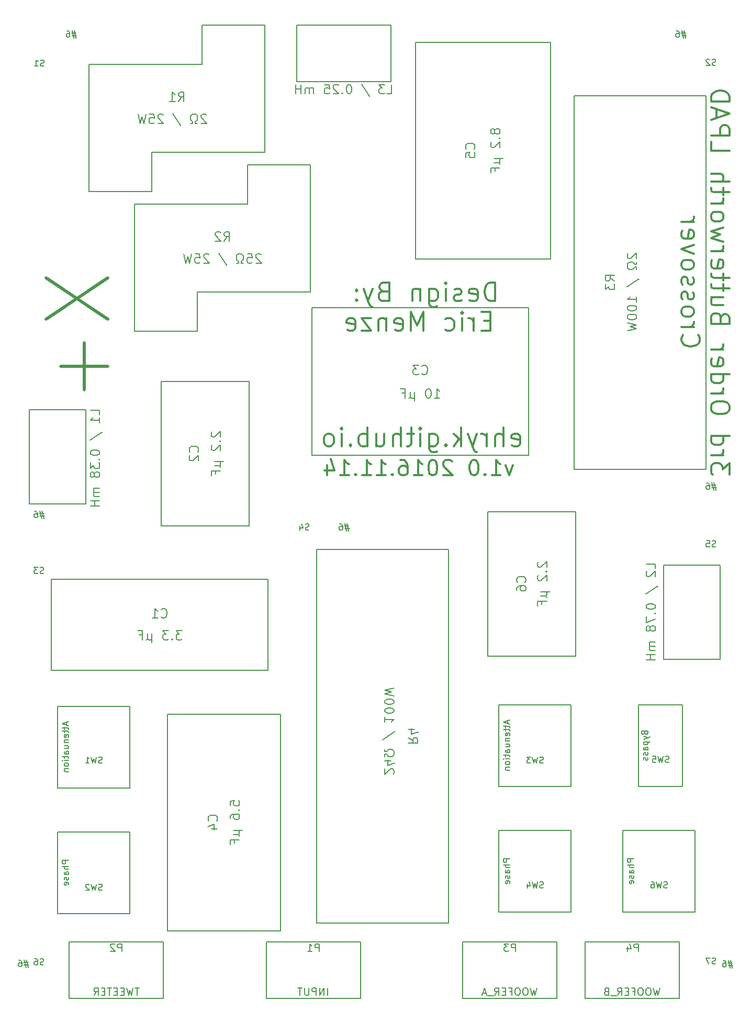
<source format=gbr>
G04 #@! TF.FileFunction,Legend,Bot*
%FSLAX46Y46*%
G04 Gerber Fmt 4.6, Leading zero omitted, Abs format (unit mm)*
G04 Created by KiCad (PCBNEW 4.0.4-stable) date 12/10/17 16:08:38*
%MOMM*%
%LPD*%
G01*
G04 APERTURE LIST*
%ADD10C,0.100000*%
%ADD11C,0.500000*%
%ADD12C,0.300000*%
%ADD13C,0.200000*%
%ADD14C,0.150000*%
G04 APERTURE END LIST*
D10*
D11*
X43291810Y-63818690D02*
X53291810Y-70485357D01*
X43291810Y-70485357D02*
X53291810Y-63818690D01*
X49482286Y-74294881D02*
X49482286Y-81913929D01*
X53291810Y-78104405D02*
X45672762Y-78104405D01*
D12*
X118711428Y-90876286D02*
X118997142Y-91019143D01*
X119568571Y-91019143D01*
X119854285Y-90876286D01*
X119997142Y-90590571D01*
X119997142Y-89447714D01*
X119854285Y-89162000D01*
X119568571Y-89019143D01*
X118997142Y-89019143D01*
X118711428Y-89162000D01*
X118568571Y-89447714D01*
X118568571Y-89733429D01*
X119997142Y-90019143D01*
X117282856Y-91019143D02*
X117282856Y-88019143D01*
X115997142Y-91019143D02*
X115997142Y-89447714D01*
X116139999Y-89162000D01*
X116425713Y-89019143D01*
X116854285Y-89019143D01*
X117139999Y-89162000D01*
X117282856Y-89304857D01*
X114568570Y-91019143D02*
X114568570Y-89019143D01*
X114568570Y-89590571D02*
X114425713Y-89304857D01*
X114282856Y-89162000D01*
X113997142Y-89019143D01*
X113711427Y-89019143D01*
X112997142Y-89019143D02*
X112282856Y-91019143D01*
X111568570Y-89019143D02*
X112282856Y-91019143D01*
X112568570Y-91733429D01*
X112711427Y-91876286D01*
X112997142Y-92019143D01*
X110425713Y-91019143D02*
X110425713Y-88019143D01*
X110139999Y-89876286D02*
X109282856Y-91019143D01*
X109282856Y-89019143D02*
X110425713Y-90162000D01*
X107997142Y-90733429D02*
X107854285Y-90876286D01*
X107997142Y-91019143D01*
X108139999Y-90876286D01*
X107997142Y-90733429D01*
X107997142Y-91019143D01*
X105282857Y-89019143D02*
X105282857Y-91447714D01*
X105425714Y-91733429D01*
X105568571Y-91876286D01*
X105854286Y-92019143D01*
X106282857Y-92019143D01*
X106568571Y-91876286D01*
X105282857Y-90876286D02*
X105568571Y-91019143D01*
X106140000Y-91019143D01*
X106425714Y-90876286D01*
X106568571Y-90733429D01*
X106711428Y-90447714D01*
X106711428Y-89590571D01*
X106568571Y-89304857D01*
X106425714Y-89162000D01*
X106140000Y-89019143D01*
X105568571Y-89019143D01*
X105282857Y-89162000D01*
X103854285Y-91019143D02*
X103854285Y-89019143D01*
X103854285Y-88019143D02*
X103997142Y-88162000D01*
X103854285Y-88304857D01*
X103711428Y-88162000D01*
X103854285Y-88019143D01*
X103854285Y-88304857D01*
X102854286Y-89019143D02*
X101711429Y-89019143D01*
X102425714Y-88019143D02*
X102425714Y-90590571D01*
X102282857Y-90876286D01*
X101997143Y-91019143D01*
X101711429Y-91019143D01*
X100711428Y-91019143D02*
X100711428Y-88019143D01*
X99425714Y-91019143D02*
X99425714Y-89447714D01*
X99568571Y-89162000D01*
X99854285Y-89019143D01*
X100282857Y-89019143D01*
X100568571Y-89162000D01*
X100711428Y-89304857D01*
X96711428Y-89019143D02*
X96711428Y-91019143D01*
X97997142Y-89019143D02*
X97997142Y-90590571D01*
X97854285Y-90876286D01*
X97568571Y-91019143D01*
X97139999Y-91019143D01*
X96854285Y-90876286D01*
X96711428Y-90733429D01*
X95282856Y-91019143D02*
X95282856Y-88019143D01*
X95282856Y-89162000D02*
X94997142Y-89019143D01*
X94425713Y-89019143D01*
X94139999Y-89162000D01*
X93997142Y-89304857D01*
X93854285Y-89590571D01*
X93854285Y-90447714D01*
X93997142Y-90733429D01*
X94139999Y-90876286D01*
X94425713Y-91019143D01*
X94997142Y-91019143D01*
X95282856Y-90876286D01*
X92568570Y-90733429D02*
X92425713Y-90876286D01*
X92568570Y-91019143D01*
X92711427Y-90876286D01*
X92568570Y-90733429D01*
X92568570Y-91019143D01*
X91139999Y-91019143D02*
X91139999Y-89019143D01*
X91139999Y-88019143D02*
X91282856Y-88162000D01*
X91139999Y-88304857D01*
X90997142Y-88162000D01*
X91139999Y-88019143D01*
X91139999Y-88304857D01*
X89282857Y-91019143D02*
X89568571Y-90876286D01*
X89711428Y-90733429D01*
X89854285Y-90447714D01*
X89854285Y-89590571D01*
X89711428Y-89304857D01*
X89568571Y-89162000D01*
X89282857Y-89019143D01*
X88854285Y-89019143D01*
X88568571Y-89162000D01*
X88425714Y-89304857D01*
X88282857Y-89590571D01*
X88282857Y-90447714D01*
X88425714Y-90733429D01*
X88568571Y-90876286D01*
X88854285Y-91019143D01*
X89282857Y-91019143D01*
X118870093Y-94079286D02*
X118274855Y-95745952D01*
X117679617Y-94079286D01*
X115417712Y-95745952D02*
X116846284Y-95745952D01*
X116131998Y-95745952D02*
X116131998Y-93245952D01*
X116370093Y-93603095D01*
X116608188Y-93841190D01*
X116846284Y-93960238D01*
X114346284Y-95507857D02*
X114227236Y-95626905D01*
X114346284Y-95745952D01*
X114465332Y-95626905D01*
X114346284Y-95507857D01*
X114346284Y-95745952D01*
X112679617Y-93245952D02*
X112441522Y-93245952D01*
X112203427Y-93365000D01*
X112084379Y-93484048D01*
X111965332Y-93722143D01*
X111846284Y-94198333D01*
X111846284Y-94793571D01*
X111965332Y-95269762D01*
X112084379Y-95507857D01*
X112203427Y-95626905D01*
X112441522Y-95745952D01*
X112679617Y-95745952D01*
X112917713Y-95626905D01*
X113036760Y-95507857D01*
X113155808Y-95269762D01*
X113274856Y-94793571D01*
X113274856Y-94198333D01*
X113155808Y-93722143D01*
X113036760Y-93484048D01*
X112917713Y-93365000D01*
X112679617Y-93245952D01*
X108989142Y-93484048D02*
X108870094Y-93365000D01*
X108631999Y-93245952D01*
X108036761Y-93245952D01*
X107798665Y-93365000D01*
X107679618Y-93484048D01*
X107560570Y-93722143D01*
X107560570Y-93960238D01*
X107679618Y-94317381D01*
X109108189Y-95745952D01*
X107560570Y-95745952D01*
X106012951Y-93245952D02*
X105774856Y-93245952D01*
X105536761Y-93365000D01*
X105417713Y-93484048D01*
X105298666Y-93722143D01*
X105179618Y-94198333D01*
X105179618Y-94793571D01*
X105298666Y-95269762D01*
X105417713Y-95507857D01*
X105536761Y-95626905D01*
X105774856Y-95745952D01*
X106012951Y-95745952D01*
X106251047Y-95626905D01*
X106370094Y-95507857D01*
X106489142Y-95269762D01*
X106608190Y-94793571D01*
X106608190Y-94198333D01*
X106489142Y-93722143D01*
X106370094Y-93484048D01*
X106251047Y-93365000D01*
X106012951Y-93245952D01*
X102798666Y-95745952D02*
X104227238Y-95745952D01*
X103512952Y-95745952D02*
X103512952Y-93245952D01*
X103751047Y-93603095D01*
X103989142Y-93841190D01*
X104227238Y-93960238D01*
X100655809Y-93245952D02*
X101132000Y-93245952D01*
X101370095Y-93365000D01*
X101489143Y-93484048D01*
X101727238Y-93841190D01*
X101846286Y-94317381D01*
X101846286Y-95269762D01*
X101727238Y-95507857D01*
X101608190Y-95626905D01*
X101370095Y-95745952D01*
X100893905Y-95745952D01*
X100655809Y-95626905D01*
X100536762Y-95507857D01*
X100417714Y-95269762D01*
X100417714Y-94674524D01*
X100536762Y-94436429D01*
X100655809Y-94317381D01*
X100893905Y-94198333D01*
X101370095Y-94198333D01*
X101608190Y-94317381D01*
X101727238Y-94436429D01*
X101846286Y-94674524D01*
X99346286Y-95507857D02*
X99227238Y-95626905D01*
X99346286Y-95745952D01*
X99465334Y-95626905D01*
X99346286Y-95507857D01*
X99346286Y-95745952D01*
X96846286Y-95745952D02*
X98274858Y-95745952D01*
X97560572Y-95745952D02*
X97560572Y-93245952D01*
X97798667Y-93603095D01*
X98036762Y-93841190D01*
X98274858Y-93960238D01*
X94465334Y-95745952D02*
X95893906Y-95745952D01*
X95179620Y-95745952D02*
X95179620Y-93245952D01*
X95417715Y-93603095D01*
X95655810Y-93841190D01*
X95893906Y-93960238D01*
X93393906Y-95507857D02*
X93274858Y-95626905D01*
X93393906Y-95745952D01*
X93512954Y-95626905D01*
X93393906Y-95507857D01*
X93393906Y-95745952D01*
X90893906Y-95745952D02*
X92322478Y-95745952D01*
X91608192Y-95745952D02*
X91608192Y-93245952D01*
X91846287Y-93603095D01*
X92084382Y-93841190D01*
X92322478Y-93960238D01*
X88751049Y-94079286D02*
X88751049Y-95745952D01*
X89346287Y-93126905D02*
X89941526Y-94912619D01*
X88393906Y-94912619D01*
X115989142Y-67537143D02*
X115989142Y-64537143D01*
X115274857Y-64537143D01*
X114846285Y-64680000D01*
X114560571Y-64965714D01*
X114417714Y-65251429D01*
X114274857Y-65822857D01*
X114274857Y-66251429D01*
X114417714Y-66822857D01*
X114560571Y-67108571D01*
X114846285Y-67394286D01*
X115274857Y-67537143D01*
X115989142Y-67537143D01*
X111846285Y-67394286D02*
X112131999Y-67537143D01*
X112703428Y-67537143D01*
X112989142Y-67394286D01*
X113131999Y-67108571D01*
X113131999Y-65965714D01*
X112989142Y-65680000D01*
X112703428Y-65537143D01*
X112131999Y-65537143D01*
X111846285Y-65680000D01*
X111703428Y-65965714D01*
X111703428Y-66251429D01*
X113131999Y-66537143D01*
X110560570Y-67394286D02*
X110274856Y-67537143D01*
X109703428Y-67537143D01*
X109417713Y-67394286D01*
X109274856Y-67108571D01*
X109274856Y-66965714D01*
X109417713Y-66680000D01*
X109703428Y-66537143D01*
X110131999Y-66537143D01*
X110417713Y-66394286D01*
X110560570Y-66108571D01*
X110560570Y-65965714D01*
X110417713Y-65680000D01*
X110131999Y-65537143D01*
X109703428Y-65537143D01*
X109417713Y-65680000D01*
X107989142Y-67537143D02*
X107989142Y-65537143D01*
X107989142Y-64537143D02*
X108131999Y-64680000D01*
X107989142Y-64822857D01*
X107846285Y-64680000D01*
X107989142Y-64537143D01*
X107989142Y-64822857D01*
X105274857Y-65537143D02*
X105274857Y-67965714D01*
X105417714Y-68251429D01*
X105560571Y-68394286D01*
X105846286Y-68537143D01*
X106274857Y-68537143D01*
X106560571Y-68394286D01*
X105274857Y-67394286D02*
X105560571Y-67537143D01*
X106132000Y-67537143D01*
X106417714Y-67394286D01*
X106560571Y-67251429D01*
X106703428Y-66965714D01*
X106703428Y-66108571D01*
X106560571Y-65822857D01*
X106417714Y-65680000D01*
X106132000Y-65537143D01*
X105560571Y-65537143D01*
X105274857Y-65680000D01*
X103846285Y-65537143D02*
X103846285Y-67537143D01*
X103846285Y-65822857D02*
X103703428Y-65680000D01*
X103417714Y-65537143D01*
X102989142Y-65537143D01*
X102703428Y-65680000D01*
X102560571Y-65965714D01*
X102560571Y-67537143D01*
X97846285Y-65965714D02*
X97417714Y-66108571D01*
X97274857Y-66251429D01*
X97132000Y-66537143D01*
X97132000Y-66965714D01*
X97274857Y-67251429D01*
X97417714Y-67394286D01*
X97703428Y-67537143D01*
X98846285Y-67537143D01*
X98846285Y-64537143D01*
X97846285Y-64537143D01*
X97560571Y-64680000D01*
X97417714Y-64822857D01*
X97274857Y-65108571D01*
X97274857Y-65394286D01*
X97417714Y-65680000D01*
X97560571Y-65822857D01*
X97846285Y-65965714D01*
X98846285Y-65965714D01*
X96132000Y-65537143D02*
X95417714Y-67537143D01*
X94703428Y-65537143D02*
X95417714Y-67537143D01*
X95703428Y-68251429D01*
X95846285Y-68394286D01*
X96132000Y-68537143D01*
X93560571Y-67251429D02*
X93417714Y-67394286D01*
X93560571Y-67537143D01*
X93703428Y-67394286D01*
X93560571Y-67251429D01*
X93560571Y-67537143D01*
X93560571Y-65680000D02*
X93417714Y-65822857D01*
X93560571Y-65965714D01*
X93703428Y-65822857D01*
X93560571Y-65680000D01*
X93560571Y-65965714D01*
X115203428Y-70765714D02*
X114203428Y-70765714D01*
X113774857Y-72337143D02*
X115203428Y-72337143D01*
X115203428Y-69337143D01*
X113774857Y-69337143D01*
X112489142Y-72337143D02*
X112489142Y-70337143D01*
X112489142Y-70908571D02*
X112346285Y-70622857D01*
X112203428Y-70480000D01*
X111917714Y-70337143D01*
X111631999Y-70337143D01*
X110631999Y-72337143D02*
X110631999Y-70337143D01*
X110631999Y-69337143D02*
X110774856Y-69480000D01*
X110631999Y-69622857D01*
X110489142Y-69480000D01*
X110631999Y-69337143D01*
X110631999Y-69622857D01*
X107917714Y-72194286D02*
X108203428Y-72337143D01*
X108774857Y-72337143D01*
X109060571Y-72194286D01*
X109203428Y-72051429D01*
X109346285Y-71765714D01*
X109346285Y-70908571D01*
X109203428Y-70622857D01*
X109060571Y-70480000D01*
X108774857Y-70337143D01*
X108203428Y-70337143D01*
X107917714Y-70480000D01*
X104346285Y-72337143D02*
X104346285Y-69337143D01*
X103346285Y-71480000D01*
X102346285Y-69337143D01*
X102346285Y-72337143D01*
X99774857Y-72194286D02*
X100060571Y-72337143D01*
X100632000Y-72337143D01*
X100917714Y-72194286D01*
X101060571Y-71908571D01*
X101060571Y-70765714D01*
X100917714Y-70480000D01*
X100632000Y-70337143D01*
X100060571Y-70337143D01*
X99774857Y-70480000D01*
X99632000Y-70765714D01*
X99632000Y-71051429D01*
X101060571Y-71337143D01*
X98346285Y-70337143D02*
X98346285Y-72337143D01*
X98346285Y-70622857D02*
X98203428Y-70480000D01*
X97917714Y-70337143D01*
X97489142Y-70337143D01*
X97203428Y-70480000D01*
X97060571Y-70765714D01*
X97060571Y-72337143D01*
X95917714Y-70337143D02*
X94346285Y-70337143D01*
X95917714Y-72337143D01*
X94346285Y-72337143D01*
X92060571Y-72194286D02*
X92346285Y-72337143D01*
X92917714Y-72337143D01*
X93203428Y-72194286D01*
X93346285Y-71908571D01*
X93346285Y-70765714D01*
X93203428Y-70480000D01*
X92917714Y-70337143D01*
X92346285Y-70337143D01*
X92060571Y-70480000D01*
X91917714Y-70765714D01*
X91917714Y-71051429D01*
X93346285Y-71337143D01*
X153902857Y-95658859D02*
X153902857Y-93801716D01*
X152760000Y-94801716D01*
X152760000Y-94373144D01*
X152617143Y-94087430D01*
X152474286Y-93944573D01*
X152188571Y-93801716D01*
X151474286Y-93801716D01*
X151188571Y-93944573D01*
X151045714Y-94087430D01*
X150902857Y-94373144D01*
X150902857Y-95230287D01*
X151045714Y-95516001D01*
X151188571Y-95658859D01*
X150902857Y-92516001D02*
X152902857Y-92516001D01*
X152331429Y-92516001D02*
X152617143Y-92373144D01*
X152760000Y-92230287D01*
X152902857Y-91944573D01*
X152902857Y-91658858D01*
X150902857Y-89373144D02*
X153902857Y-89373144D01*
X151045714Y-89373144D02*
X150902857Y-89658858D01*
X150902857Y-90230287D01*
X151045714Y-90516001D01*
X151188571Y-90658858D01*
X151474286Y-90801715D01*
X152331429Y-90801715D01*
X152617143Y-90658858D01*
X152760000Y-90516001D01*
X152902857Y-90230287D01*
X152902857Y-89658858D01*
X152760000Y-89373144D01*
X153902857Y-85087430D02*
X153902857Y-84516001D01*
X153760000Y-84230287D01*
X153474286Y-83944573D01*
X152902857Y-83801715D01*
X151902857Y-83801715D01*
X151331429Y-83944573D01*
X151045714Y-84230287D01*
X150902857Y-84516001D01*
X150902857Y-85087430D01*
X151045714Y-85373144D01*
X151331429Y-85658858D01*
X151902857Y-85801715D01*
X152902857Y-85801715D01*
X153474286Y-85658858D01*
X153760000Y-85373144D01*
X153902857Y-85087430D01*
X150902857Y-82516001D02*
X152902857Y-82516001D01*
X152331429Y-82516001D02*
X152617143Y-82373144D01*
X152760000Y-82230287D01*
X152902857Y-81944573D01*
X152902857Y-81658858D01*
X150902857Y-79373144D02*
X153902857Y-79373144D01*
X151045714Y-79373144D02*
X150902857Y-79658858D01*
X150902857Y-80230287D01*
X151045714Y-80516001D01*
X151188571Y-80658858D01*
X151474286Y-80801715D01*
X152331429Y-80801715D01*
X152617143Y-80658858D01*
X152760000Y-80516001D01*
X152902857Y-80230287D01*
X152902857Y-79658858D01*
X152760000Y-79373144D01*
X151045714Y-76801715D02*
X150902857Y-77087429D01*
X150902857Y-77658858D01*
X151045714Y-77944572D01*
X151331429Y-78087429D01*
X152474286Y-78087429D01*
X152760000Y-77944572D01*
X152902857Y-77658858D01*
X152902857Y-77087429D01*
X152760000Y-76801715D01*
X152474286Y-76658858D01*
X152188571Y-76658858D01*
X151902857Y-78087429D01*
X150902857Y-75373143D02*
X152902857Y-75373143D01*
X152331429Y-75373143D02*
X152617143Y-75230286D01*
X152760000Y-75087429D01*
X152902857Y-74801715D01*
X152902857Y-74516000D01*
X152474286Y-70230286D02*
X152331429Y-69801715D01*
X152188571Y-69658858D01*
X151902857Y-69516001D01*
X151474286Y-69516001D01*
X151188571Y-69658858D01*
X151045714Y-69801715D01*
X150902857Y-70087429D01*
X150902857Y-71230286D01*
X153902857Y-71230286D01*
X153902857Y-70230286D01*
X153760000Y-69944572D01*
X153617143Y-69801715D01*
X153331429Y-69658858D01*
X153045714Y-69658858D01*
X152760000Y-69801715D01*
X152617143Y-69944572D01*
X152474286Y-70230286D01*
X152474286Y-71230286D01*
X152902857Y-66944572D02*
X150902857Y-66944572D01*
X152902857Y-68230286D02*
X151331429Y-68230286D01*
X151045714Y-68087429D01*
X150902857Y-67801715D01*
X150902857Y-67373143D01*
X151045714Y-67087429D01*
X151188571Y-66944572D01*
X152902857Y-65944572D02*
X152902857Y-64801715D01*
X153902857Y-65516000D02*
X151331429Y-65516000D01*
X151045714Y-65373143D01*
X150902857Y-65087429D01*
X150902857Y-64801715D01*
X152902857Y-64230286D02*
X152902857Y-63087429D01*
X153902857Y-63801714D02*
X151331429Y-63801714D01*
X151045714Y-63658857D01*
X150902857Y-63373143D01*
X150902857Y-63087429D01*
X151045714Y-60944571D02*
X150902857Y-61230285D01*
X150902857Y-61801714D01*
X151045714Y-62087428D01*
X151331429Y-62230285D01*
X152474286Y-62230285D01*
X152760000Y-62087428D01*
X152902857Y-61801714D01*
X152902857Y-61230285D01*
X152760000Y-60944571D01*
X152474286Y-60801714D01*
X152188571Y-60801714D01*
X151902857Y-62230285D01*
X150902857Y-59515999D02*
X152902857Y-59515999D01*
X152331429Y-59515999D02*
X152617143Y-59373142D01*
X152760000Y-59230285D01*
X152902857Y-58944571D01*
X152902857Y-58658856D01*
X152902857Y-57944571D02*
X150902857Y-57373142D01*
X152331429Y-56801713D01*
X150902857Y-56230285D01*
X152902857Y-55658856D01*
X150902857Y-54087428D02*
X151045714Y-54373142D01*
X151188571Y-54515999D01*
X151474286Y-54658856D01*
X152331429Y-54658856D01*
X152617143Y-54515999D01*
X152760000Y-54373142D01*
X152902857Y-54087428D01*
X152902857Y-53658856D01*
X152760000Y-53373142D01*
X152617143Y-53230285D01*
X152331429Y-53087428D01*
X151474286Y-53087428D01*
X151188571Y-53230285D01*
X151045714Y-53373142D01*
X150902857Y-53658856D01*
X150902857Y-54087428D01*
X150902857Y-51801713D02*
X152902857Y-51801713D01*
X152331429Y-51801713D02*
X152617143Y-51658856D01*
X152760000Y-51515999D01*
X152902857Y-51230285D01*
X152902857Y-50944570D01*
X152902857Y-50373142D02*
X152902857Y-49230285D01*
X153902857Y-49944570D02*
X151331429Y-49944570D01*
X151045714Y-49801713D01*
X150902857Y-49515999D01*
X150902857Y-49230285D01*
X150902857Y-48230284D02*
X153902857Y-48230284D01*
X150902857Y-46944570D02*
X152474286Y-46944570D01*
X152760000Y-47087427D01*
X152902857Y-47373141D01*
X152902857Y-47801713D01*
X152760000Y-48087427D01*
X152617143Y-48230284D01*
X150902857Y-41801713D02*
X150902857Y-43230284D01*
X153902857Y-43230284D01*
X150902857Y-40801713D02*
X153902857Y-40801713D01*
X153902857Y-39658856D01*
X153760000Y-39373142D01*
X153617143Y-39230285D01*
X153331429Y-39087428D01*
X152902857Y-39087428D01*
X152617143Y-39230285D01*
X152474286Y-39373142D01*
X152331429Y-39658856D01*
X152331429Y-40801713D01*
X151760000Y-37944570D02*
X151760000Y-36515999D01*
X150902857Y-38230285D02*
X153902857Y-37230285D01*
X150902857Y-36230285D01*
X150902857Y-35230284D02*
X153902857Y-35230284D01*
X153902857Y-34515999D01*
X153760000Y-34087427D01*
X153474286Y-33801713D01*
X153188571Y-33658856D01*
X152617143Y-33515999D01*
X152188571Y-33515999D01*
X151617143Y-33658856D01*
X151331429Y-33801713D01*
X151045714Y-34087427D01*
X150902857Y-34515999D01*
X150902857Y-35230284D01*
X146388571Y-73016000D02*
X146245714Y-73158857D01*
X146102857Y-73587428D01*
X146102857Y-73873142D01*
X146245714Y-74301714D01*
X146531429Y-74587428D01*
X146817143Y-74730285D01*
X147388571Y-74873142D01*
X147817143Y-74873142D01*
X148388571Y-74730285D01*
X148674286Y-74587428D01*
X148960000Y-74301714D01*
X149102857Y-73873142D01*
X149102857Y-73587428D01*
X148960000Y-73158857D01*
X148817143Y-73016000D01*
X146102857Y-71730285D02*
X148102857Y-71730285D01*
X147531429Y-71730285D02*
X147817143Y-71587428D01*
X147960000Y-71444571D01*
X148102857Y-71158857D01*
X148102857Y-70873142D01*
X146102857Y-69444571D02*
X146245714Y-69730285D01*
X146388571Y-69873142D01*
X146674286Y-70015999D01*
X147531429Y-70015999D01*
X147817143Y-69873142D01*
X147960000Y-69730285D01*
X148102857Y-69444571D01*
X148102857Y-69015999D01*
X147960000Y-68730285D01*
X147817143Y-68587428D01*
X147531429Y-68444571D01*
X146674286Y-68444571D01*
X146388571Y-68587428D01*
X146245714Y-68730285D01*
X146102857Y-69015999D01*
X146102857Y-69444571D01*
X146245714Y-67301713D02*
X146102857Y-67015999D01*
X146102857Y-66444571D01*
X146245714Y-66158856D01*
X146531429Y-66015999D01*
X146674286Y-66015999D01*
X146960000Y-66158856D01*
X147102857Y-66444571D01*
X147102857Y-66873142D01*
X147245714Y-67158856D01*
X147531429Y-67301713D01*
X147674286Y-67301713D01*
X147960000Y-67158856D01*
X148102857Y-66873142D01*
X148102857Y-66444571D01*
X147960000Y-66158856D01*
X146245714Y-64873142D02*
X146102857Y-64587428D01*
X146102857Y-64016000D01*
X146245714Y-63730285D01*
X146531429Y-63587428D01*
X146674286Y-63587428D01*
X146960000Y-63730285D01*
X147102857Y-64016000D01*
X147102857Y-64444571D01*
X147245714Y-64730285D01*
X147531429Y-64873142D01*
X147674286Y-64873142D01*
X147960000Y-64730285D01*
X148102857Y-64444571D01*
X148102857Y-64016000D01*
X147960000Y-63730285D01*
X146102857Y-61873143D02*
X146245714Y-62158857D01*
X146388571Y-62301714D01*
X146674286Y-62444571D01*
X147531429Y-62444571D01*
X147817143Y-62301714D01*
X147960000Y-62158857D01*
X148102857Y-61873143D01*
X148102857Y-61444571D01*
X147960000Y-61158857D01*
X147817143Y-61016000D01*
X147531429Y-60873143D01*
X146674286Y-60873143D01*
X146388571Y-61016000D01*
X146245714Y-61158857D01*
X146102857Y-61444571D01*
X146102857Y-61873143D01*
X148102857Y-59873143D02*
X146102857Y-59158857D01*
X148102857Y-58444571D01*
X146245714Y-56158857D02*
X146102857Y-56444571D01*
X146102857Y-57016000D01*
X146245714Y-57301714D01*
X146531429Y-57444571D01*
X147674286Y-57444571D01*
X147960000Y-57301714D01*
X148102857Y-57016000D01*
X148102857Y-56444571D01*
X147960000Y-56158857D01*
X147674286Y-56016000D01*
X147388571Y-56016000D01*
X147102857Y-57444571D01*
X146102857Y-54730285D02*
X148102857Y-54730285D01*
X147531429Y-54730285D02*
X147817143Y-54587428D01*
X147960000Y-54444571D01*
X148102857Y-54158857D01*
X148102857Y-53873142D01*
D13*
X51986571Y-85928287D02*
X51986571Y-85214001D01*
X50486571Y-85214001D01*
X51986571Y-87214001D02*
X51986571Y-86356858D01*
X51986571Y-86785430D02*
X50486571Y-86785430D01*
X50700857Y-86642573D01*
X50843714Y-86499715D01*
X50915143Y-86356858D01*
X50415143Y-90071143D02*
X52343714Y-88785429D01*
X50486571Y-91999715D02*
X50486571Y-92142572D01*
X50558000Y-92285429D01*
X50629429Y-92356858D01*
X50772286Y-92428287D01*
X51058000Y-92499715D01*
X51415143Y-92499715D01*
X51700857Y-92428287D01*
X51843714Y-92356858D01*
X51915143Y-92285429D01*
X51986571Y-92142572D01*
X51986571Y-91999715D01*
X51915143Y-91856858D01*
X51843714Y-91785429D01*
X51700857Y-91714001D01*
X51415143Y-91642572D01*
X51058000Y-91642572D01*
X50772286Y-91714001D01*
X50629429Y-91785429D01*
X50558000Y-91856858D01*
X50486571Y-91999715D01*
X51843714Y-93142572D02*
X51915143Y-93214000D01*
X51986571Y-93142572D01*
X51915143Y-93071143D01*
X51843714Y-93142572D01*
X51986571Y-93142572D01*
X50486571Y-93714001D02*
X50486571Y-94642572D01*
X51058000Y-94142572D01*
X51058000Y-94356858D01*
X51129429Y-94499715D01*
X51200857Y-94571144D01*
X51343714Y-94642572D01*
X51700857Y-94642572D01*
X51843714Y-94571144D01*
X51915143Y-94499715D01*
X51986571Y-94356858D01*
X51986571Y-93928286D01*
X51915143Y-93785429D01*
X51843714Y-93714001D01*
X51129429Y-95499715D02*
X51058000Y-95356857D01*
X50986571Y-95285429D01*
X50843714Y-95214000D01*
X50772286Y-95214000D01*
X50629429Y-95285429D01*
X50558000Y-95356857D01*
X50486571Y-95499715D01*
X50486571Y-95785429D01*
X50558000Y-95928286D01*
X50629429Y-95999715D01*
X50772286Y-96071143D01*
X50843714Y-96071143D01*
X50986571Y-95999715D01*
X51058000Y-95928286D01*
X51129429Y-95785429D01*
X51129429Y-95499715D01*
X51200857Y-95356857D01*
X51272286Y-95285429D01*
X51415143Y-95214000D01*
X51700857Y-95214000D01*
X51843714Y-95285429D01*
X51915143Y-95356857D01*
X51986571Y-95499715D01*
X51986571Y-95785429D01*
X51915143Y-95928286D01*
X51843714Y-95999715D01*
X51700857Y-96071143D01*
X51415143Y-96071143D01*
X51272286Y-95999715D01*
X51200857Y-95928286D01*
X51129429Y-95785429D01*
X51986571Y-97856857D02*
X50986571Y-97856857D01*
X51129429Y-97856857D02*
X51058000Y-97928285D01*
X50986571Y-98071143D01*
X50986571Y-98285428D01*
X51058000Y-98428285D01*
X51200857Y-98499714D01*
X51986571Y-98499714D01*
X51200857Y-98499714D02*
X51058000Y-98571143D01*
X50986571Y-98714000D01*
X50986571Y-98928285D01*
X51058000Y-99071143D01*
X51200857Y-99142571D01*
X51986571Y-99142571D01*
X51986571Y-99856857D02*
X50486571Y-99856857D01*
X51200857Y-99856857D02*
X51200857Y-100714000D01*
X51986571Y-100714000D02*
X50486571Y-100714000D01*
X98475713Y-34016071D02*
X99189999Y-34016071D01*
X99189999Y-32516071D01*
X98118570Y-32516071D02*
X97189999Y-32516071D01*
X97689999Y-33087500D01*
X97475713Y-33087500D01*
X97332856Y-33158929D01*
X97261427Y-33230357D01*
X97189999Y-33373214D01*
X97189999Y-33730357D01*
X97261427Y-33873214D01*
X97332856Y-33944643D01*
X97475713Y-34016071D01*
X97904285Y-34016071D01*
X98047142Y-33944643D01*
X98118570Y-33873214D01*
X94332857Y-32444643D02*
X95618571Y-34373214D01*
X92404285Y-32516071D02*
X92261428Y-32516071D01*
X92118571Y-32587500D01*
X92047142Y-32658929D01*
X91975713Y-32801786D01*
X91904285Y-33087500D01*
X91904285Y-33444643D01*
X91975713Y-33730357D01*
X92047142Y-33873214D01*
X92118571Y-33944643D01*
X92261428Y-34016071D01*
X92404285Y-34016071D01*
X92547142Y-33944643D01*
X92618571Y-33873214D01*
X92689999Y-33730357D01*
X92761428Y-33444643D01*
X92761428Y-33087500D01*
X92689999Y-32801786D01*
X92618571Y-32658929D01*
X92547142Y-32587500D01*
X92404285Y-32516071D01*
X91261428Y-33873214D02*
X91190000Y-33944643D01*
X91261428Y-34016071D01*
X91332857Y-33944643D01*
X91261428Y-33873214D01*
X91261428Y-34016071D01*
X90618571Y-32658929D02*
X90547142Y-32587500D01*
X90404285Y-32516071D01*
X90047142Y-32516071D01*
X89904285Y-32587500D01*
X89832856Y-32658929D01*
X89761428Y-32801786D01*
X89761428Y-32944643D01*
X89832856Y-33158929D01*
X90689999Y-34016071D01*
X89761428Y-34016071D01*
X88404285Y-32516071D02*
X89118571Y-32516071D01*
X89190000Y-33230357D01*
X89118571Y-33158929D01*
X88975714Y-33087500D01*
X88618571Y-33087500D01*
X88475714Y-33158929D01*
X88404285Y-33230357D01*
X88332857Y-33373214D01*
X88332857Y-33730357D01*
X88404285Y-33873214D01*
X88475714Y-33944643D01*
X88618571Y-34016071D01*
X88975714Y-34016071D01*
X89118571Y-33944643D01*
X89190000Y-33873214D01*
X86547143Y-34016071D02*
X86547143Y-33016071D01*
X86547143Y-33158929D02*
X86475715Y-33087500D01*
X86332857Y-33016071D01*
X86118572Y-33016071D01*
X85975715Y-33087500D01*
X85904286Y-33230357D01*
X85904286Y-34016071D01*
X85904286Y-33230357D02*
X85832857Y-33087500D01*
X85690000Y-33016071D01*
X85475715Y-33016071D01*
X85332857Y-33087500D01*
X85261429Y-33230357D01*
X85261429Y-34016071D01*
X84547143Y-34016071D02*
X84547143Y-32516071D01*
X84547143Y-33230357D02*
X83690000Y-33230357D01*
X83690000Y-34016071D02*
X83690000Y-32516071D01*
X141902571Y-110820287D02*
X141902571Y-110106001D01*
X140402571Y-110106001D01*
X140545429Y-111248858D02*
X140474000Y-111320287D01*
X140402571Y-111463144D01*
X140402571Y-111820287D01*
X140474000Y-111963144D01*
X140545429Y-112034573D01*
X140688286Y-112106001D01*
X140831143Y-112106001D01*
X141045429Y-112034573D01*
X141902571Y-111177430D01*
X141902571Y-112106001D01*
X140331143Y-114963143D02*
X142259714Y-113677429D01*
X140402571Y-116891715D02*
X140402571Y-117034572D01*
X140474000Y-117177429D01*
X140545429Y-117248858D01*
X140688286Y-117320287D01*
X140974000Y-117391715D01*
X141331143Y-117391715D01*
X141616857Y-117320287D01*
X141759714Y-117248858D01*
X141831143Y-117177429D01*
X141902571Y-117034572D01*
X141902571Y-116891715D01*
X141831143Y-116748858D01*
X141759714Y-116677429D01*
X141616857Y-116606001D01*
X141331143Y-116534572D01*
X140974000Y-116534572D01*
X140688286Y-116606001D01*
X140545429Y-116677429D01*
X140474000Y-116748858D01*
X140402571Y-116891715D01*
X141759714Y-118034572D02*
X141831143Y-118106000D01*
X141902571Y-118034572D01*
X141831143Y-117963143D01*
X141759714Y-118034572D01*
X141902571Y-118034572D01*
X140402571Y-118606001D02*
X140402571Y-119606001D01*
X141902571Y-118963144D01*
X141045429Y-120391715D02*
X140974000Y-120248857D01*
X140902571Y-120177429D01*
X140759714Y-120106000D01*
X140688286Y-120106000D01*
X140545429Y-120177429D01*
X140474000Y-120248857D01*
X140402571Y-120391715D01*
X140402571Y-120677429D01*
X140474000Y-120820286D01*
X140545429Y-120891715D01*
X140688286Y-120963143D01*
X140759714Y-120963143D01*
X140902571Y-120891715D01*
X140974000Y-120820286D01*
X141045429Y-120677429D01*
X141045429Y-120391715D01*
X141116857Y-120248857D01*
X141188286Y-120177429D01*
X141331143Y-120106000D01*
X141616857Y-120106000D01*
X141759714Y-120177429D01*
X141831143Y-120248857D01*
X141902571Y-120391715D01*
X141902571Y-120677429D01*
X141831143Y-120820286D01*
X141759714Y-120891715D01*
X141616857Y-120963143D01*
X141331143Y-120963143D01*
X141188286Y-120891715D01*
X141116857Y-120820286D01*
X141045429Y-120677429D01*
X141902571Y-122748857D02*
X140902571Y-122748857D01*
X141045429Y-122748857D02*
X140974000Y-122820285D01*
X140902571Y-122963143D01*
X140902571Y-123177428D01*
X140974000Y-123320285D01*
X141116857Y-123391714D01*
X141902571Y-123391714D01*
X141116857Y-123391714D02*
X140974000Y-123463143D01*
X140902571Y-123606000D01*
X140902571Y-123820285D01*
X140974000Y-123963143D01*
X141116857Y-124034571D01*
X141902571Y-124034571D01*
X141902571Y-124748857D02*
X140402571Y-124748857D01*
X141116857Y-124748857D02*
X141116857Y-125606000D01*
X141902571Y-125606000D02*
X140402571Y-125606000D01*
X122955929Y-109784000D02*
X122884500Y-109855429D01*
X122813071Y-109998286D01*
X122813071Y-110355429D01*
X122884500Y-110498286D01*
X122955929Y-110569715D01*
X123098786Y-110641143D01*
X123241643Y-110641143D01*
X123455929Y-110569715D01*
X124313071Y-109712572D01*
X124313071Y-110641143D01*
X124170214Y-111284000D02*
X124241643Y-111355428D01*
X124313071Y-111284000D01*
X124241643Y-111212571D01*
X124170214Y-111284000D01*
X124313071Y-111284000D01*
X122955929Y-111926857D02*
X122884500Y-111998286D01*
X122813071Y-112141143D01*
X122813071Y-112498286D01*
X122884500Y-112641143D01*
X122955929Y-112712572D01*
X123098786Y-112784000D01*
X123241643Y-112784000D01*
X123455929Y-112712572D01*
X124313071Y-111855429D01*
X124313071Y-112784000D01*
X123313071Y-114569714D02*
X124813071Y-114569714D01*
X124098786Y-115284000D02*
X124241643Y-115355428D01*
X124313071Y-115498285D01*
X124098786Y-114569714D02*
X124241643Y-114641142D01*
X124313071Y-114784000D01*
X124313071Y-115069714D01*
X124241643Y-115212571D01*
X124098786Y-115284000D01*
X123313071Y-115284000D01*
X123527357Y-116641143D02*
X123527357Y-116141143D01*
X124313071Y-116141143D02*
X122813071Y-116141143D01*
X122813071Y-116855429D01*
X73092571Y-149177715D02*
X73092571Y-148463429D01*
X73806857Y-148392000D01*
X73735429Y-148463429D01*
X73664000Y-148606286D01*
X73664000Y-148963429D01*
X73735429Y-149106286D01*
X73806857Y-149177715D01*
X73949714Y-149249143D01*
X74306857Y-149249143D01*
X74449714Y-149177715D01*
X74521143Y-149106286D01*
X74592571Y-148963429D01*
X74592571Y-148606286D01*
X74521143Y-148463429D01*
X74449714Y-148392000D01*
X74449714Y-149892000D02*
X74521143Y-149963428D01*
X74592571Y-149892000D01*
X74521143Y-149820571D01*
X74449714Y-149892000D01*
X74592571Y-149892000D01*
X73092571Y-151249143D02*
X73092571Y-150963429D01*
X73164000Y-150820572D01*
X73235429Y-150749143D01*
X73449714Y-150606286D01*
X73735429Y-150534857D01*
X74306857Y-150534857D01*
X74449714Y-150606286D01*
X74521143Y-150677714D01*
X74592571Y-150820572D01*
X74592571Y-151106286D01*
X74521143Y-151249143D01*
X74449714Y-151320572D01*
X74306857Y-151392000D01*
X73949714Y-151392000D01*
X73806857Y-151320572D01*
X73735429Y-151249143D01*
X73664000Y-151106286D01*
X73664000Y-150820572D01*
X73735429Y-150677714D01*
X73806857Y-150606286D01*
X73949714Y-150534857D01*
X73592571Y-153177714D02*
X75092571Y-153177714D01*
X74378286Y-153892000D02*
X74521143Y-153963428D01*
X74592571Y-154106285D01*
X74378286Y-153177714D02*
X74521143Y-153249142D01*
X74592571Y-153392000D01*
X74592571Y-153677714D01*
X74521143Y-153820571D01*
X74378286Y-153892000D01*
X73592571Y-153892000D01*
X73806857Y-155249143D02*
X73806857Y-154749143D01*
X74592571Y-154749143D02*
X73092571Y-154749143D01*
X73092571Y-155463429D01*
X65293428Y-120844571D02*
X64364857Y-120844571D01*
X64864857Y-121416000D01*
X64650571Y-121416000D01*
X64507714Y-121487429D01*
X64436285Y-121558857D01*
X64364857Y-121701714D01*
X64364857Y-122058857D01*
X64436285Y-122201714D01*
X64507714Y-122273143D01*
X64650571Y-122344571D01*
X65079143Y-122344571D01*
X65222000Y-122273143D01*
X65293428Y-122201714D01*
X63722000Y-122201714D02*
X63650572Y-122273143D01*
X63722000Y-122344571D01*
X63793429Y-122273143D01*
X63722000Y-122201714D01*
X63722000Y-122344571D01*
X63150571Y-120844571D02*
X62222000Y-120844571D01*
X62722000Y-121416000D01*
X62507714Y-121416000D01*
X62364857Y-121487429D01*
X62293428Y-121558857D01*
X62222000Y-121701714D01*
X62222000Y-122058857D01*
X62293428Y-122201714D01*
X62364857Y-122273143D01*
X62507714Y-122344571D01*
X62936286Y-122344571D01*
X63079143Y-122273143D01*
X63150571Y-122201714D01*
X60436286Y-121344571D02*
X60436286Y-122844571D01*
X59722000Y-122130286D02*
X59650572Y-122273143D01*
X59507715Y-122344571D01*
X60436286Y-122130286D02*
X60364858Y-122273143D01*
X60222000Y-122344571D01*
X59936286Y-122344571D01*
X59793429Y-122273143D01*
X59722000Y-122130286D01*
X59722000Y-121344571D01*
X58364857Y-121558857D02*
X58864857Y-121558857D01*
X58864857Y-122344571D02*
X58864857Y-120844571D01*
X58150571Y-120844571D01*
X70187429Y-88702000D02*
X70116000Y-88773429D01*
X70044571Y-88916286D01*
X70044571Y-89273429D01*
X70116000Y-89416286D01*
X70187429Y-89487715D01*
X70330286Y-89559143D01*
X70473143Y-89559143D01*
X70687429Y-89487715D01*
X71544571Y-88630572D01*
X71544571Y-89559143D01*
X71401714Y-90202000D02*
X71473143Y-90273428D01*
X71544571Y-90202000D01*
X71473143Y-90130571D01*
X71401714Y-90202000D01*
X71544571Y-90202000D01*
X70187429Y-90844857D02*
X70116000Y-90916286D01*
X70044571Y-91059143D01*
X70044571Y-91416286D01*
X70116000Y-91559143D01*
X70187429Y-91630572D01*
X70330286Y-91702000D01*
X70473143Y-91702000D01*
X70687429Y-91630572D01*
X71544571Y-90773429D01*
X71544571Y-91702000D01*
X70544571Y-93487714D02*
X72044571Y-93487714D01*
X71330286Y-94202000D02*
X71473143Y-94273428D01*
X71544571Y-94416285D01*
X71330286Y-93487714D02*
X71473143Y-93559142D01*
X71544571Y-93702000D01*
X71544571Y-93987714D01*
X71473143Y-94130571D01*
X71330286Y-94202000D01*
X70544571Y-94202000D01*
X70758857Y-95559143D02*
X70758857Y-95059143D01*
X71544571Y-95059143D02*
X70044571Y-95059143D01*
X70044571Y-95773429D01*
X106171714Y-83228571D02*
X107028857Y-83228571D01*
X106600285Y-83228571D02*
X106600285Y-81728571D01*
X106743142Y-81942857D01*
X106886000Y-82085714D01*
X107028857Y-82157143D01*
X105243143Y-81728571D02*
X105100286Y-81728571D01*
X104957429Y-81800000D01*
X104886000Y-81871429D01*
X104814571Y-82014286D01*
X104743143Y-82300000D01*
X104743143Y-82657143D01*
X104814571Y-82942857D01*
X104886000Y-83085714D01*
X104957429Y-83157143D01*
X105100286Y-83228571D01*
X105243143Y-83228571D01*
X105386000Y-83157143D01*
X105457429Y-83085714D01*
X105528857Y-82942857D01*
X105600286Y-82657143D01*
X105600286Y-82300000D01*
X105528857Y-82014286D01*
X105457429Y-81871429D01*
X105386000Y-81800000D01*
X105243143Y-81728571D01*
X102957429Y-82228571D02*
X102957429Y-83728571D01*
X102243143Y-83014286D02*
X102171715Y-83157143D01*
X102028858Y-83228571D01*
X102957429Y-83014286D02*
X102886001Y-83157143D01*
X102743143Y-83228571D01*
X102457429Y-83228571D01*
X102314572Y-83157143D01*
X102243143Y-83014286D01*
X102243143Y-82228571D01*
X100886000Y-82442857D02*
X101386000Y-82442857D01*
X101386000Y-83228571D02*
X101386000Y-81728571D01*
X100671714Y-81728571D01*
X120804714Y-113034001D02*
X120876143Y-112962572D01*
X120947571Y-112748286D01*
X120947571Y-112605429D01*
X120876143Y-112391144D01*
X120733286Y-112248286D01*
X120590429Y-112176858D01*
X120304714Y-112105429D01*
X120090429Y-112105429D01*
X119804714Y-112176858D01*
X119661857Y-112248286D01*
X119519000Y-112391144D01*
X119447571Y-112605429D01*
X119447571Y-112748286D01*
X119519000Y-112962572D01*
X119590429Y-113034001D01*
X119447571Y-114319715D02*
X119447571Y-114034001D01*
X119519000Y-113891144D01*
X119590429Y-113819715D01*
X119804714Y-113676858D01*
X120090429Y-113605429D01*
X120661857Y-113605429D01*
X120804714Y-113676858D01*
X120876143Y-113748286D01*
X120947571Y-113891144D01*
X120947571Y-114176858D01*
X120876143Y-114319715D01*
X120804714Y-114391144D01*
X120661857Y-114462572D01*
X120304714Y-114462572D01*
X120161857Y-114391144D01*
X120090429Y-114319715D01*
X120019000Y-114176858D01*
X120019000Y-113891144D01*
X120090429Y-113748286D01*
X120161857Y-113676858D01*
X120304714Y-113605429D01*
X70893714Y-151642001D02*
X70965143Y-151570572D01*
X71036571Y-151356286D01*
X71036571Y-151213429D01*
X70965143Y-150999144D01*
X70822286Y-150856286D01*
X70679429Y-150784858D01*
X70393714Y-150713429D01*
X70179429Y-150713429D01*
X69893714Y-150784858D01*
X69750857Y-150856286D01*
X69608000Y-150999144D01*
X69536571Y-151213429D01*
X69536571Y-151356286D01*
X69608000Y-151570572D01*
X69679429Y-151642001D01*
X70036571Y-152927715D02*
X71036571Y-152927715D01*
X69465143Y-152570572D02*
X70536571Y-152213429D01*
X70536571Y-153142001D01*
X61971999Y-118645714D02*
X62043428Y-118717143D01*
X62257714Y-118788571D01*
X62400571Y-118788571D01*
X62614856Y-118717143D01*
X62757714Y-118574286D01*
X62829142Y-118431429D01*
X62900571Y-118145714D01*
X62900571Y-117931429D01*
X62829142Y-117645714D01*
X62757714Y-117502857D01*
X62614856Y-117360000D01*
X62400571Y-117288571D01*
X62257714Y-117288571D01*
X62043428Y-117360000D01*
X61971999Y-117431429D01*
X60543428Y-118788571D02*
X61400571Y-118788571D01*
X60971999Y-118788571D02*
X60971999Y-117288571D01*
X61114856Y-117502857D01*
X61257714Y-117645714D01*
X61400571Y-117717143D01*
X67845714Y-91952001D02*
X67917143Y-91880572D01*
X67988571Y-91666286D01*
X67988571Y-91523429D01*
X67917143Y-91309144D01*
X67774286Y-91166286D01*
X67631429Y-91094858D01*
X67345714Y-91023429D01*
X67131429Y-91023429D01*
X66845714Y-91094858D01*
X66702857Y-91166286D01*
X66560000Y-91309144D01*
X66488571Y-91523429D01*
X66488571Y-91666286D01*
X66560000Y-91880572D01*
X66631429Y-91952001D01*
X66631429Y-92523429D02*
X66560000Y-92594858D01*
X66488571Y-92737715D01*
X66488571Y-93094858D01*
X66560000Y-93237715D01*
X66631429Y-93309144D01*
X66774286Y-93380572D01*
X66917143Y-93380572D01*
X67131429Y-93309144D01*
X67988571Y-92452001D01*
X67988571Y-93380572D01*
X104135999Y-79275714D02*
X104207428Y-79347143D01*
X104421714Y-79418571D01*
X104564571Y-79418571D01*
X104778856Y-79347143D01*
X104921714Y-79204286D01*
X104993142Y-79061429D01*
X105064571Y-78775714D01*
X105064571Y-78561429D01*
X104993142Y-78275714D01*
X104921714Y-78132857D01*
X104778856Y-77990000D01*
X104564571Y-77918571D01*
X104421714Y-77918571D01*
X104207428Y-77990000D01*
X104135999Y-78061429D01*
X103635999Y-77918571D02*
X102707428Y-77918571D01*
X103207428Y-78490000D01*
X102993142Y-78490000D01*
X102850285Y-78561429D01*
X102778856Y-78632857D01*
X102707428Y-78775714D01*
X102707428Y-79132857D01*
X102778856Y-79275714D01*
X102850285Y-79347143D01*
X102993142Y-79418571D01*
X103421714Y-79418571D01*
X103564571Y-79347143D01*
X103635999Y-79275714D01*
X101937429Y-138171999D02*
X102651714Y-138671999D01*
X101937429Y-139029142D02*
X103437429Y-139029142D01*
X103437429Y-138457714D01*
X103366000Y-138314856D01*
X103294571Y-138243428D01*
X103151714Y-138171999D01*
X102937429Y-138171999D01*
X102794571Y-138243428D01*
X102723143Y-138314856D01*
X102651714Y-138457714D01*
X102651714Y-139029142D01*
X102937429Y-136886285D02*
X101937429Y-136886285D01*
X103508857Y-137243428D02*
X102437429Y-137600571D01*
X102437429Y-136671999D01*
X135298571Y-64266001D02*
X134584286Y-63766001D01*
X135298571Y-63408858D02*
X133798571Y-63408858D01*
X133798571Y-63980286D01*
X133870000Y-64123144D01*
X133941429Y-64194572D01*
X134084286Y-64266001D01*
X134298571Y-64266001D01*
X134441429Y-64194572D01*
X134512857Y-64123144D01*
X134584286Y-63980286D01*
X134584286Y-63408858D01*
X133798571Y-64766001D02*
X133798571Y-65694572D01*
X134370000Y-65194572D01*
X134370000Y-65408858D01*
X134441429Y-65551715D01*
X134512857Y-65623144D01*
X134655714Y-65694572D01*
X135012857Y-65694572D01*
X135155714Y-65623144D01*
X135227143Y-65551715D01*
X135298571Y-65408858D01*
X135298571Y-64980286D01*
X135227143Y-64837429D01*
X135155714Y-64766001D01*
X64765999Y-35222571D02*
X65265999Y-34508286D01*
X65623142Y-35222571D02*
X65623142Y-33722571D01*
X65051714Y-33722571D01*
X64908856Y-33794000D01*
X64837428Y-33865429D01*
X64765999Y-34008286D01*
X64765999Y-34222571D01*
X64837428Y-34365429D01*
X64908856Y-34436857D01*
X65051714Y-34508286D01*
X65623142Y-34508286D01*
X63337428Y-35222571D02*
X64194571Y-35222571D01*
X63765999Y-35222571D02*
X63765999Y-33722571D01*
X63908856Y-33936857D01*
X64051714Y-34079714D01*
X64194571Y-34151143D01*
X72131999Y-57828571D02*
X72631999Y-57114286D01*
X72989142Y-57828571D02*
X72989142Y-56328571D01*
X72417714Y-56328571D01*
X72274856Y-56400000D01*
X72203428Y-56471429D01*
X72131999Y-56614286D01*
X72131999Y-56828571D01*
X72203428Y-56971429D01*
X72274856Y-57042857D01*
X72417714Y-57114286D01*
X72989142Y-57114286D01*
X71560571Y-56471429D02*
X71489142Y-56400000D01*
X71346285Y-56328571D01*
X70989142Y-56328571D01*
X70846285Y-56400000D01*
X70774856Y-56471429D01*
X70703428Y-56614286D01*
X70703428Y-56757143D01*
X70774856Y-56971429D01*
X71631999Y-57828571D01*
X70703428Y-57828571D01*
X112549714Y-42930001D02*
X112621143Y-42858572D01*
X112692571Y-42644286D01*
X112692571Y-42501429D01*
X112621143Y-42287144D01*
X112478286Y-42144286D01*
X112335429Y-42072858D01*
X112049714Y-42001429D01*
X111835429Y-42001429D01*
X111549714Y-42072858D01*
X111406857Y-42144286D01*
X111264000Y-42287144D01*
X111192571Y-42501429D01*
X111192571Y-42644286D01*
X111264000Y-42858572D01*
X111335429Y-42930001D01*
X111192571Y-44287144D02*
X111192571Y-43572858D01*
X111906857Y-43501429D01*
X111835429Y-43572858D01*
X111764000Y-43715715D01*
X111764000Y-44072858D01*
X111835429Y-44215715D01*
X111906857Y-44287144D01*
X112049714Y-44358572D01*
X112406857Y-44358572D01*
X112549714Y-44287144D01*
X112621143Y-44215715D01*
X112692571Y-44072858D01*
X112692571Y-43715715D01*
X112621143Y-43572858D01*
X112549714Y-43501429D01*
X115899429Y-39965715D02*
X115828000Y-39822857D01*
X115756571Y-39751429D01*
X115613714Y-39680000D01*
X115542286Y-39680000D01*
X115399429Y-39751429D01*
X115328000Y-39822857D01*
X115256571Y-39965715D01*
X115256571Y-40251429D01*
X115328000Y-40394286D01*
X115399429Y-40465715D01*
X115542286Y-40537143D01*
X115613714Y-40537143D01*
X115756571Y-40465715D01*
X115828000Y-40394286D01*
X115899429Y-40251429D01*
X115899429Y-39965715D01*
X115970857Y-39822857D01*
X116042286Y-39751429D01*
X116185143Y-39680000D01*
X116470857Y-39680000D01*
X116613714Y-39751429D01*
X116685143Y-39822857D01*
X116756571Y-39965715D01*
X116756571Y-40251429D01*
X116685143Y-40394286D01*
X116613714Y-40465715D01*
X116470857Y-40537143D01*
X116185143Y-40537143D01*
X116042286Y-40465715D01*
X115970857Y-40394286D01*
X115899429Y-40251429D01*
X116613714Y-41180000D02*
X116685143Y-41251428D01*
X116756571Y-41180000D01*
X116685143Y-41108571D01*
X116613714Y-41180000D01*
X116756571Y-41180000D01*
X115399429Y-41822857D02*
X115328000Y-41894286D01*
X115256571Y-42037143D01*
X115256571Y-42394286D01*
X115328000Y-42537143D01*
X115399429Y-42608572D01*
X115542286Y-42680000D01*
X115685143Y-42680000D01*
X115899429Y-42608572D01*
X116756571Y-41751429D01*
X116756571Y-42680000D01*
X115756571Y-44465714D02*
X117256571Y-44465714D01*
X116542286Y-45180000D02*
X116685143Y-45251428D01*
X116756571Y-45394285D01*
X116542286Y-44465714D02*
X116685143Y-44537142D01*
X116756571Y-44680000D01*
X116756571Y-44965714D01*
X116685143Y-45108571D01*
X116542286Y-45180000D01*
X115756571Y-45180000D01*
X115970857Y-46537143D02*
X115970857Y-46037143D01*
X116756571Y-46037143D02*
X115256571Y-46037143D01*
X115256571Y-46751429D01*
X50292000Y-29210000D02*
X50292000Y-49784000D01*
X68580000Y-29210000D02*
X50292000Y-29210000D01*
X68580000Y-22860000D02*
X68580000Y-29210000D01*
X78740000Y-22860000D02*
X68580000Y-22860000D01*
X78740000Y-43434000D02*
X78740000Y-22860000D01*
X60452000Y-43434000D02*
X78740000Y-43434000D01*
X60452000Y-49784000D02*
X60452000Y-43434000D01*
X50292000Y-49784000D02*
X60452000Y-49784000D01*
X57658000Y-51816000D02*
X57658000Y-72390000D01*
X75946000Y-51816000D02*
X57658000Y-51816000D01*
X75946000Y-45466000D02*
X75946000Y-51816000D01*
X86106000Y-45466000D02*
X75946000Y-45466000D01*
X86106000Y-66040000D02*
X86106000Y-45466000D01*
X67818000Y-66040000D02*
X86106000Y-66040000D01*
X67818000Y-72390000D02*
X67818000Y-66040000D01*
X57658000Y-72390000D02*
X67818000Y-72390000D01*
X103124000Y-25654000D02*
X103124000Y-60706000D01*
X124968000Y-25654000D02*
X103124000Y-25654000D01*
X124968000Y-60706000D02*
X124968000Y-25654000D01*
X103124000Y-60706000D02*
X124968000Y-60706000D01*
X128778000Y-34290000D02*
X128778000Y-94742000D01*
X150114000Y-34290000D02*
X128778000Y-34290000D01*
X150114000Y-94742000D02*
X150114000Y-34290000D01*
X128778000Y-94742000D02*
X150114000Y-94742000D01*
X86360000Y-92456000D02*
X86360000Y-68580000D01*
X121412000Y-92456000D02*
X86360000Y-92456000D01*
X121412000Y-68580000D02*
X121412000Y-92456000D01*
X86360000Y-68580000D02*
X121412000Y-68580000D01*
X61976000Y-103886000D02*
X61976000Y-80518000D01*
X76200000Y-103886000D02*
X61976000Y-103886000D01*
X76200000Y-80518000D02*
X76200000Y-103886000D01*
X61976000Y-80518000D02*
X76200000Y-80518000D01*
X44196000Y-127254000D02*
X44196000Y-112522000D01*
X79248000Y-127254000D02*
X44196000Y-127254000D01*
X79248000Y-112522000D02*
X79248000Y-127254000D01*
X44196000Y-112522000D02*
X79248000Y-112522000D01*
X62992000Y-134366000D02*
X62992000Y-169418000D01*
X81280000Y-134366000D02*
X62992000Y-134366000D01*
X81280000Y-169418000D02*
X81280000Y-134366000D01*
X62992000Y-169418000D02*
X81280000Y-169418000D01*
X114808000Y-124968000D02*
X114808000Y-101600000D01*
X129032000Y-124968000D02*
X114808000Y-124968000D01*
X129032000Y-101600000D02*
X129032000Y-124968000D01*
X114808000Y-101600000D02*
X129032000Y-101600000D01*
X87122000Y-168148000D02*
X87122000Y-107696000D01*
X108458000Y-168148000D02*
X87122000Y-168148000D01*
X108458000Y-107696000D02*
X108458000Y-168148000D01*
X87122000Y-107696000D02*
X108458000Y-107696000D01*
X99484571Y-144088571D02*
X99556000Y-144017142D01*
X99627429Y-143874285D01*
X99627429Y-143517142D01*
X99556000Y-143374285D01*
X99484571Y-143302856D01*
X99341714Y-143231428D01*
X99198857Y-143231428D01*
X98984571Y-143302856D01*
X98127429Y-144159999D01*
X98127429Y-143231428D01*
X99127429Y-141945714D02*
X98127429Y-141945714D01*
X99698857Y-142302857D02*
X98627429Y-142660000D01*
X98627429Y-141731428D01*
X98127429Y-141231429D02*
X98127429Y-140874286D01*
X98413143Y-140874286D01*
X98484571Y-141017143D01*
X98627429Y-141160000D01*
X98841714Y-141231429D01*
X99198857Y-141231429D01*
X99413143Y-141160000D01*
X99556000Y-141017143D01*
X99627429Y-140802857D01*
X99627429Y-140517143D01*
X99556000Y-140302857D01*
X99413143Y-140160000D01*
X99198857Y-140088572D01*
X98841714Y-140088572D01*
X98627429Y-140160000D01*
X98484571Y-140302857D01*
X98413143Y-140445714D01*
X98127429Y-140445714D01*
X98127429Y-140088572D01*
X99698857Y-137231429D02*
X97770286Y-138517143D01*
X98127429Y-134802857D02*
X98127429Y-135660000D01*
X98127429Y-135231428D02*
X99627429Y-135231428D01*
X99413143Y-135374285D01*
X99270286Y-135517143D01*
X99198857Y-135660000D01*
X99627429Y-133874286D02*
X99627429Y-133731429D01*
X99556000Y-133588572D01*
X99484571Y-133517143D01*
X99341714Y-133445714D01*
X99056000Y-133374286D01*
X98698857Y-133374286D01*
X98413143Y-133445714D01*
X98270286Y-133517143D01*
X98198857Y-133588572D01*
X98127429Y-133731429D01*
X98127429Y-133874286D01*
X98198857Y-134017143D01*
X98270286Y-134088572D01*
X98413143Y-134160000D01*
X98698857Y-134231429D01*
X99056000Y-134231429D01*
X99341714Y-134160000D01*
X99484571Y-134088572D01*
X99556000Y-134017143D01*
X99627429Y-133874286D01*
X99627429Y-132445715D02*
X99627429Y-132302858D01*
X99556000Y-132160001D01*
X99484571Y-132088572D01*
X99341714Y-132017143D01*
X99056000Y-131945715D01*
X98698857Y-131945715D01*
X98413143Y-132017143D01*
X98270286Y-132088572D01*
X98198857Y-132160001D01*
X98127429Y-132302858D01*
X98127429Y-132445715D01*
X98198857Y-132588572D01*
X98270286Y-132660001D01*
X98413143Y-132731429D01*
X98698857Y-132802858D01*
X99056000Y-132802858D01*
X99341714Y-132731429D01*
X99484571Y-132660001D01*
X99556000Y-132588572D01*
X99627429Y-132445715D01*
X99627429Y-131445715D02*
X98127429Y-131088572D01*
X99198857Y-130802858D01*
X98127429Y-130517144D01*
X99627429Y-130160001D01*
X137497429Y-59825715D02*
X137426000Y-59897144D01*
X137354571Y-60040001D01*
X137354571Y-60397144D01*
X137426000Y-60540001D01*
X137497429Y-60611430D01*
X137640286Y-60682858D01*
X137783143Y-60682858D01*
X137997429Y-60611430D01*
X138854571Y-59754287D01*
X138854571Y-60682858D01*
X138854571Y-61254286D02*
X138854571Y-61611429D01*
X138568857Y-61611429D01*
X138497429Y-61468572D01*
X138354571Y-61325715D01*
X138140286Y-61254286D01*
X137783143Y-61254286D01*
X137568857Y-61325715D01*
X137426000Y-61468572D01*
X137354571Y-61682858D01*
X137354571Y-61968572D01*
X137426000Y-62182858D01*
X137568857Y-62325715D01*
X137783143Y-62397143D01*
X138140286Y-62397143D01*
X138354571Y-62325715D01*
X138497429Y-62182858D01*
X138568857Y-62040001D01*
X138854571Y-62040001D01*
X138854571Y-62397143D01*
X137283143Y-65254286D02*
X139211714Y-63968572D01*
X138854571Y-67682858D02*
X138854571Y-66825715D01*
X138854571Y-67254287D02*
X137354571Y-67254287D01*
X137568857Y-67111430D01*
X137711714Y-66968572D01*
X137783143Y-66825715D01*
X137354571Y-68611429D02*
X137354571Y-68754286D01*
X137426000Y-68897143D01*
X137497429Y-68968572D01*
X137640286Y-69040001D01*
X137926000Y-69111429D01*
X138283143Y-69111429D01*
X138568857Y-69040001D01*
X138711714Y-68968572D01*
X138783143Y-68897143D01*
X138854571Y-68754286D01*
X138854571Y-68611429D01*
X138783143Y-68468572D01*
X138711714Y-68397143D01*
X138568857Y-68325715D01*
X138283143Y-68254286D01*
X137926000Y-68254286D01*
X137640286Y-68325715D01*
X137497429Y-68397143D01*
X137426000Y-68468572D01*
X137354571Y-68611429D01*
X137354571Y-70040000D02*
X137354571Y-70182857D01*
X137426000Y-70325714D01*
X137497429Y-70397143D01*
X137640286Y-70468572D01*
X137926000Y-70540000D01*
X138283143Y-70540000D01*
X138568857Y-70468572D01*
X138711714Y-70397143D01*
X138783143Y-70325714D01*
X138854571Y-70182857D01*
X138854571Y-70040000D01*
X138783143Y-69897143D01*
X138711714Y-69825714D01*
X138568857Y-69754286D01*
X138283143Y-69682857D01*
X137926000Y-69682857D01*
X137640286Y-69754286D01*
X137497429Y-69825714D01*
X137426000Y-69897143D01*
X137354571Y-70040000D01*
X137354571Y-71040000D02*
X138854571Y-71397143D01*
X137783143Y-71682857D01*
X138854571Y-71968571D01*
X137354571Y-72325714D01*
X78096285Y-60027429D02*
X78024856Y-59956000D01*
X77881999Y-59884571D01*
X77524856Y-59884571D01*
X77381999Y-59956000D01*
X77310570Y-60027429D01*
X77239142Y-60170286D01*
X77239142Y-60313143D01*
X77310570Y-60527429D01*
X78167713Y-61384571D01*
X77239142Y-61384571D01*
X75881999Y-59884571D02*
X76596285Y-59884571D01*
X76667714Y-60598857D01*
X76596285Y-60527429D01*
X76453428Y-60456000D01*
X76096285Y-60456000D01*
X75953428Y-60527429D01*
X75881999Y-60598857D01*
X75810571Y-60741714D01*
X75810571Y-61098857D01*
X75881999Y-61241714D01*
X75953428Y-61313143D01*
X76096285Y-61384571D01*
X76453428Y-61384571D01*
X76596285Y-61313143D01*
X76667714Y-61241714D01*
X75239143Y-61384571D02*
X74882000Y-61384571D01*
X74882000Y-61098857D01*
X75024857Y-61027429D01*
X75167714Y-60884571D01*
X75239143Y-60670286D01*
X75239143Y-60313143D01*
X75167714Y-60098857D01*
X75024857Y-59956000D01*
X74810571Y-59884571D01*
X74524857Y-59884571D01*
X74310571Y-59956000D01*
X74167714Y-60098857D01*
X74096286Y-60313143D01*
X74096286Y-60670286D01*
X74167714Y-60884571D01*
X74310571Y-61027429D01*
X74453428Y-61098857D01*
X74453428Y-61384571D01*
X74096286Y-61384571D01*
X71239143Y-59813143D02*
X72524857Y-61741714D01*
X69667714Y-60027429D02*
X69596285Y-59956000D01*
X69453428Y-59884571D01*
X69096285Y-59884571D01*
X68953428Y-59956000D01*
X68881999Y-60027429D01*
X68810571Y-60170286D01*
X68810571Y-60313143D01*
X68881999Y-60527429D01*
X69739142Y-61384571D01*
X68810571Y-61384571D01*
X67453428Y-59884571D02*
X68167714Y-59884571D01*
X68239143Y-60598857D01*
X68167714Y-60527429D01*
X68024857Y-60456000D01*
X67667714Y-60456000D01*
X67524857Y-60527429D01*
X67453428Y-60598857D01*
X67382000Y-60741714D01*
X67382000Y-61098857D01*
X67453428Y-61241714D01*
X67524857Y-61313143D01*
X67667714Y-61384571D01*
X68024857Y-61384571D01*
X68167714Y-61313143D01*
X68239143Y-61241714D01*
X66882000Y-59884571D02*
X66524857Y-61384571D01*
X66239143Y-60313143D01*
X65953429Y-61384571D01*
X65596286Y-59884571D01*
X69254000Y-37421429D02*
X69182571Y-37350000D01*
X69039714Y-37278571D01*
X68682571Y-37278571D01*
X68539714Y-37350000D01*
X68468285Y-37421429D01*
X68396857Y-37564286D01*
X68396857Y-37707143D01*
X68468285Y-37921429D01*
X69325428Y-38778571D01*
X68396857Y-38778571D01*
X67825429Y-38778571D02*
X67468286Y-38778571D01*
X67468286Y-38492857D01*
X67611143Y-38421429D01*
X67754000Y-38278571D01*
X67825429Y-38064286D01*
X67825429Y-37707143D01*
X67754000Y-37492857D01*
X67611143Y-37350000D01*
X67396857Y-37278571D01*
X67111143Y-37278571D01*
X66896857Y-37350000D01*
X66754000Y-37492857D01*
X66682572Y-37707143D01*
X66682572Y-38064286D01*
X66754000Y-38278571D01*
X66896857Y-38421429D01*
X67039714Y-38492857D01*
X67039714Y-38778571D01*
X66682572Y-38778571D01*
X63825429Y-37207143D02*
X65111143Y-39135714D01*
X62254000Y-37421429D02*
X62182571Y-37350000D01*
X62039714Y-37278571D01*
X61682571Y-37278571D01*
X61539714Y-37350000D01*
X61468285Y-37421429D01*
X61396857Y-37564286D01*
X61396857Y-37707143D01*
X61468285Y-37921429D01*
X62325428Y-38778571D01*
X61396857Y-38778571D01*
X60039714Y-37278571D02*
X60754000Y-37278571D01*
X60825429Y-37992857D01*
X60754000Y-37921429D01*
X60611143Y-37850000D01*
X60254000Y-37850000D01*
X60111143Y-37921429D01*
X60039714Y-37992857D01*
X59968286Y-38135714D01*
X59968286Y-38492857D01*
X60039714Y-38635714D01*
X60111143Y-38707143D01*
X60254000Y-38778571D01*
X60611143Y-38778571D01*
X60754000Y-38707143D01*
X60825429Y-38635714D01*
X59468286Y-37278571D02*
X59111143Y-38778571D01*
X58825429Y-37707143D01*
X58539715Y-38778571D01*
X58182572Y-37278571D01*
D14*
X145796000Y-171450000D02*
X145796000Y-171196000D01*
X130556000Y-171450000D02*
X130556000Y-171196000D01*
X145796000Y-180340000D02*
X130556000Y-180340000D01*
X130556000Y-180340000D02*
X130556000Y-171450000D01*
X130556000Y-171196000D02*
X145796000Y-171196000D01*
X145796000Y-171450000D02*
X145796000Y-180340000D01*
X62290000Y-171450000D02*
X62290000Y-171196000D01*
X47050000Y-171450000D02*
X47050000Y-171196000D01*
X62290000Y-180340000D02*
X47050000Y-180340000D01*
X47050000Y-180340000D02*
X47050000Y-171450000D01*
X47050000Y-171196000D02*
X62290000Y-171196000D01*
X62290000Y-171450000D02*
X62290000Y-180340000D01*
X49530000Y-100390000D02*
X49784000Y-100390000D01*
X49530000Y-85150000D02*
X49784000Y-85150000D01*
X40640000Y-100390000D02*
X40640000Y-85150000D01*
X40640000Y-85150000D02*
X49530000Y-85150000D01*
X49784000Y-85150000D02*
X49784000Y-100390000D01*
X49530000Y-100390000D02*
X40640000Y-100390000D01*
X143510000Y-110236000D02*
X143256000Y-110236000D01*
X143510000Y-125476000D02*
X143256000Y-125476000D01*
X152400000Y-110236000D02*
X152400000Y-125476000D01*
X152400000Y-125476000D02*
X143510000Y-125476000D01*
X143256000Y-125476000D02*
X143256000Y-110236000D01*
X143510000Y-110236000D02*
X152400000Y-110236000D01*
X83880000Y-31750000D02*
X83880000Y-32004000D01*
X99120000Y-31750000D02*
X99120000Y-32004000D01*
X83880000Y-22860000D02*
X99120000Y-22860000D01*
X99120000Y-22860000D02*
X99120000Y-31750000D01*
X99120000Y-32004000D02*
X83880000Y-32004000D01*
X83880000Y-31750000D02*
X83880000Y-22860000D01*
X94174000Y-171450000D02*
X94174000Y-171196000D01*
X78934000Y-171450000D02*
X78934000Y-171196000D01*
X94174000Y-180340000D02*
X78934000Y-180340000D01*
X78934000Y-180340000D02*
X78934000Y-171450000D01*
X78934000Y-171196000D02*
X94174000Y-171196000D01*
X94174000Y-171450000D02*
X94174000Y-180340000D01*
X125984000Y-171450000D02*
X125984000Y-171196000D01*
X110744000Y-171450000D02*
X110744000Y-171196000D01*
X125984000Y-180340000D02*
X110744000Y-180340000D01*
X110744000Y-180340000D02*
X110744000Y-171450000D01*
X110744000Y-171196000D02*
X125984000Y-171196000D01*
X125984000Y-171450000D02*
X125984000Y-180340000D01*
X56896000Y-133096000D02*
X56896000Y-146304000D01*
X45212000Y-133096000D02*
X56896000Y-133096000D01*
X45212000Y-146304000D02*
X45212000Y-133096000D01*
X56896000Y-146304000D02*
X45212000Y-146304000D01*
X45212000Y-166624000D02*
X45212000Y-153416000D01*
X56896000Y-166624000D02*
X45212000Y-166624000D01*
X56896000Y-153416000D02*
X56896000Y-166624000D01*
X45212000Y-153416000D02*
X56896000Y-153416000D01*
X128270000Y-132842000D02*
X128270000Y-146050000D01*
X116586000Y-132842000D02*
X128270000Y-132842000D01*
X116586000Y-146050000D02*
X116586000Y-132842000D01*
X128270000Y-146050000D02*
X116586000Y-146050000D01*
X116586000Y-166370000D02*
X116586000Y-153162000D01*
X128270000Y-166370000D02*
X116586000Y-166370000D01*
X128270000Y-153162000D02*
X128270000Y-166370000D01*
X116586000Y-153162000D02*
X128270000Y-153162000D01*
X139192000Y-146050000D02*
X139192000Y-132842000D01*
X146304000Y-146050000D02*
X139192000Y-146050000D01*
X146304000Y-132842000D02*
X146304000Y-146050000D01*
X139192000Y-132842000D02*
X146304000Y-132842000D01*
X136652000Y-166370000D02*
X136652000Y-153162000D01*
X148336000Y-166370000D02*
X136652000Y-166370000D01*
X148336000Y-153162000D02*
X148336000Y-166370000D01*
X136652000Y-153162000D02*
X148336000Y-153162000D01*
X139121714Y-172754857D02*
X139121714Y-171554857D01*
X138664571Y-171554857D01*
X138550285Y-171612000D01*
X138493142Y-171669143D01*
X138435999Y-171783429D01*
X138435999Y-171954857D01*
X138493142Y-172069143D01*
X138550285Y-172126286D01*
X138664571Y-172183429D01*
X139121714Y-172183429D01*
X137407428Y-171954857D02*
X137407428Y-172754857D01*
X137693142Y-171497714D02*
X137978857Y-172354857D01*
X137235999Y-172354857D01*
X142601714Y-178666857D02*
X142316000Y-179866857D01*
X142087429Y-179009714D01*
X141858857Y-179866857D01*
X141573143Y-178666857D01*
X140887428Y-178666857D02*
X140658857Y-178666857D01*
X140544571Y-178724000D01*
X140430285Y-178838286D01*
X140373143Y-179066857D01*
X140373143Y-179466857D01*
X140430285Y-179695429D01*
X140544571Y-179809714D01*
X140658857Y-179866857D01*
X140887428Y-179866857D01*
X141001714Y-179809714D01*
X141116000Y-179695429D01*
X141173143Y-179466857D01*
X141173143Y-179066857D01*
X141116000Y-178838286D01*
X141001714Y-178724000D01*
X140887428Y-178666857D01*
X139630285Y-178666857D02*
X139401714Y-178666857D01*
X139287428Y-178724000D01*
X139173142Y-178838286D01*
X139116000Y-179066857D01*
X139116000Y-179466857D01*
X139173142Y-179695429D01*
X139287428Y-179809714D01*
X139401714Y-179866857D01*
X139630285Y-179866857D01*
X139744571Y-179809714D01*
X139858857Y-179695429D01*
X139916000Y-179466857D01*
X139916000Y-179066857D01*
X139858857Y-178838286D01*
X139744571Y-178724000D01*
X139630285Y-178666857D01*
X138201714Y-179238286D02*
X138601714Y-179238286D01*
X138601714Y-179866857D02*
X138601714Y-178666857D01*
X138030285Y-178666857D01*
X137573143Y-179238286D02*
X137173143Y-179238286D01*
X137001714Y-179866857D02*
X137573143Y-179866857D01*
X137573143Y-178666857D01*
X137001714Y-178666857D01*
X135801714Y-179866857D02*
X136201714Y-179295429D01*
X136487429Y-179866857D02*
X136487429Y-178666857D01*
X136030286Y-178666857D01*
X135916000Y-178724000D01*
X135858857Y-178781143D01*
X135801714Y-178895429D01*
X135801714Y-179066857D01*
X135858857Y-179181143D01*
X135916000Y-179238286D01*
X136030286Y-179295429D01*
X136487429Y-179295429D01*
X135573143Y-179981143D02*
X134658857Y-179981143D01*
X133973143Y-179238286D02*
X133801714Y-179295429D01*
X133744571Y-179352571D01*
X133687428Y-179466857D01*
X133687428Y-179638286D01*
X133744571Y-179752571D01*
X133801714Y-179809714D01*
X133916000Y-179866857D01*
X134373143Y-179866857D01*
X134373143Y-178666857D01*
X133973143Y-178666857D01*
X133858857Y-178724000D01*
X133801714Y-178781143D01*
X133744571Y-178895429D01*
X133744571Y-179009714D01*
X133801714Y-179124000D01*
X133858857Y-179181143D01*
X133973143Y-179238286D01*
X134373143Y-179238286D01*
X55555714Y-172754857D02*
X55555714Y-171554857D01*
X55098571Y-171554857D01*
X54984285Y-171612000D01*
X54927142Y-171669143D01*
X54869999Y-171783429D01*
X54869999Y-171954857D01*
X54927142Y-172069143D01*
X54984285Y-172126286D01*
X55098571Y-172183429D01*
X55555714Y-172183429D01*
X54412857Y-171669143D02*
X54355714Y-171612000D01*
X54241428Y-171554857D01*
X53955714Y-171554857D01*
X53841428Y-171612000D01*
X53784285Y-171669143D01*
X53727142Y-171783429D01*
X53727142Y-171897714D01*
X53784285Y-172069143D01*
X54469999Y-172754857D01*
X53727142Y-172754857D01*
X58384285Y-178666857D02*
X57698571Y-178666857D01*
X58041428Y-179866857D02*
X58041428Y-178666857D01*
X57412856Y-178666857D02*
X57127142Y-179866857D01*
X56898571Y-179009714D01*
X56669999Y-179866857D01*
X56384285Y-178666857D01*
X55927142Y-179238286D02*
X55527142Y-179238286D01*
X55355713Y-179866857D02*
X55927142Y-179866857D01*
X55927142Y-178666857D01*
X55355713Y-178666857D01*
X54841428Y-179238286D02*
X54441428Y-179238286D01*
X54269999Y-179866857D02*
X54841428Y-179866857D01*
X54841428Y-178666857D01*
X54269999Y-178666857D01*
X53927142Y-178666857D02*
X53241428Y-178666857D01*
X53584285Y-179866857D02*
X53584285Y-178666857D01*
X52841428Y-179238286D02*
X52441428Y-179238286D01*
X52269999Y-179866857D02*
X52841428Y-179866857D01*
X52841428Y-178666857D01*
X52269999Y-178666857D01*
X51069999Y-179866857D02*
X51469999Y-179295429D01*
X51755714Y-179866857D02*
X51755714Y-178666857D01*
X51298571Y-178666857D01*
X51184285Y-178724000D01*
X51127142Y-178781143D01*
X51069999Y-178895429D01*
X51069999Y-179066857D01*
X51127142Y-179181143D01*
X51184285Y-179238286D01*
X51298571Y-179295429D01*
X51755714Y-179295429D01*
X87499714Y-172754857D02*
X87499714Y-171554857D01*
X87042571Y-171554857D01*
X86928285Y-171612000D01*
X86871142Y-171669143D01*
X86813999Y-171783429D01*
X86813999Y-171954857D01*
X86871142Y-172069143D01*
X86928285Y-172126286D01*
X87042571Y-172183429D01*
X87499714Y-172183429D01*
X85671142Y-172754857D02*
X86356857Y-172754857D01*
X86013999Y-172754857D02*
X86013999Y-171554857D01*
X86128285Y-171726286D01*
X86242571Y-171840571D01*
X86356857Y-171897714D01*
X88868286Y-179866857D02*
X88868286Y-178666857D01*
X88296857Y-179866857D02*
X88296857Y-178666857D01*
X87611142Y-179866857D01*
X87611142Y-178666857D01*
X87039714Y-179866857D02*
X87039714Y-178666857D01*
X86582571Y-178666857D01*
X86468285Y-178724000D01*
X86411142Y-178781143D01*
X86353999Y-178895429D01*
X86353999Y-179066857D01*
X86411142Y-179181143D01*
X86468285Y-179238286D01*
X86582571Y-179295429D01*
X87039714Y-179295429D01*
X85839714Y-178666857D02*
X85839714Y-179638286D01*
X85782571Y-179752571D01*
X85725428Y-179809714D01*
X85611142Y-179866857D01*
X85382571Y-179866857D01*
X85268285Y-179809714D01*
X85211142Y-179752571D01*
X85153999Y-179638286D01*
X85153999Y-178666857D01*
X84753999Y-178666857D02*
X84068285Y-178666857D01*
X84411142Y-179866857D02*
X84411142Y-178666857D01*
X119249714Y-172754857D02*
X119249714Y-171554857D01*
X118792571Y-171554857D01*
X118678285Y-171612000D01*
X118621142Y-171669143D01*
X118563999Y-171783429D01*
X118563999Y-171954857D01*
X118621142Y-172069143D01*
X118678285Y-172126286D01*
X118792571Y-172183429D01*
X119249714Y-172183429D01*
X118163999Y-171554857D02*
X117421142Y-171554857D01*
X117821142Y-172012000D01*
X117649714Y-172012000D01*
X117535428Y-172069143D01*
X117478285Y-172126286D01*
X117421142Y-172240571D01*
X117421142Y-172526286D01*
X117478285Y-172640571D01*
X117535428Y-172697714D01*
X117649714Y-172754857D01*
X117992571Y-172754857D01*
X118106857Y-172697714D01*
X118163999Y-172640571D01*
X122703999Y-178666857D02*
X122418285Y-179866857D01*
X122189714Y-179009714D01*
X121961142Y-179866857D01*
X121675428Y-178666857D01*
X120989713Y-178666857D02*
X120761142Y-178666857D01*
X120646856Y-178724000D01*
X120532570Y-178838286D01*
X120475428Y-179066857D01*
X120475428Y-179466857D01*
X120532570Y-179695429D01*
X120646856Y-179809714D01*
X120761142Y-179866857D01*
X120989713Y-179866857D01*
X121103999Y-179809714D01*
X121218285Y-179695429D01*
X121275428Y-179466857D01*
X121275428Y-179066857D01*
X121218285Y-178838286D01*
X121103999Y-178724000D01*
X120989713Y-178666857D01*
X119732570Y-178666857D02*
X119503999Y-178666857D01*
X119389713Y-178724000D01*
X119275427Y-178838286D01*
X119218285Y-179066857D01*
X119218285Y-179466857D01*
X119275427Y-179695429D01*
X119389713Y-179809714D01*
X119503999Y-179866857D01*
X119732570Y-179866857D01*
X119846856Y-179809714D01*
X119961142Y-179695429D01*
X120018285Y-179466857D01*
X120018285Y-179066857D01*
X119961142Y-178838286D01*
X119846856Y-178724000D01*
X119732570Y-178666857D01*
X118303999Y-179238286D02*
X118703999Y-179238286D01*
X118703999Y-179866857D02*
X118703999Y-178666857D01*
X118132570Y-178666857D01*
X117675428Y-179238286D02*
X117275428Y-179238286D01*
X117103999Y-179866857D02*
X117675428Y-179866857D01*
X117675428Y-178666857D01*
X117103999Y-178666857D01*
X115903999Y-179866857D02*
X116303999Y-179295429D01*
X116589714Y-179866857D02*
X116589714Y-178666857D01*
X116132571Y-178666857D01*
X116018285Y-178724000D01*
X115961142Y-178781143D01*
X115903999Y-178895429D01*
X115903999Y-179066857D01*
X115961142Y-179181143D01*
X116018285Y-179238286D01*
X116132571Y-179295429D01*
X116589714Y-179295429D01*
X115675428Y-179981143D02*
X114761142Y-179981143D01*
X114532571Y-179524000D02*
X113961142Y-179524000D01*
X114646856Y-179866857D02*
X114246856Y-178666857D01*
X113846856Y-179866857D01*
X52387333Y-142263762D02*
X52244476Y-142311381D01*
X52006380Y-142311381D01*
X51911142Y-142263762D01*
X51863523Y-142216143D01*
X51815904Y-142120905D01*
X51815904Y-142025667D01*
X51863523Y-141930429D01*
X51911142Y-141882810D01*
X52006380Y-141835190D01*
X52196857Y-141787571D01*
X52292095Y-141739952D01*
X52339714Y-141692333D01*
X52387333Y-141597095D01*
X52387333Y-141501857D01*
X52339714Y-141406619D01*
X52292095Y-141359000D01*
X52196857Y-141311381D01*
X51958761Y-141311381D01*
X51815904Y-141359000D01*
X51482571Y-141311381D02*
X51244476Y-142311381D01*
X51053999Y-141597095D01*
X50863523Y-142311381D01*
X50625428Y-141311381D01*
X49720666Y-142311381D02*
X50292095Y-142311381D01*
X50006381Y-142311381D02*
X50006381Y-141311381D01*
X50101619Y-141454238D01*
X50196857Y-141549476D01*
X50292095Y-141597095D01*
X46648667Y-135676190D02*
X46648667Y-136152381D01*
X46934381Y-135580952D02*
X45934381Y-135914285D01*
X46934381Y-136247619D01*
X46267714Y-136438095D02*
X46267714Y-136819047D01*
X45934381Y-136580952D02*
X46791524Y-136580952D01*
X46886762Y-136628571D01*
X46934381Y-136723809D01*
X46934381Y-136819047D01*
X46267714Y-137009524D02*
X46267714Y-137390476D01*
X45934381Y-137152381D02*
X46791524Y-137152381D01*
X46886762Y-137200000D01*
X46934381Y-137295238D01*
X46934381Y-137390476D01*
X46886762Y-138104763D02*
X46934381Y-138009525D01*
X46934381Y-137819048D01*
X46886762Y-137723810D01*
X46791524Y-137676191D01*
X46410571Y-137676191D01*
X46315333Y-137723810D01*
X46267714Y-137819048D01*
X46267714Y-138009525D01*
X46315333Y-138104763D01*
X46410571Y-138152382D01*
X46505810Y-138152382D01*
X46601048Y-137676191D01*
X46267714Y-138580953D02*
X46934381Y-138580953D01*
X46362952Y-138580953D02*
X46315333Y-138628572D01*
X46267714Y-138723810D01*
X46267714Y-138866668D01*
X46315333Y-138961906D01*
X46410571Y-139009525D01*
X46934381Y-139009525D01*
X46267714Y-139914287D02*
X46934381Y-139914287D01*
X46267714Y-139485715D02*
X46791524Y-139485715D01*
X46886762Y-139533334D01*
X46934381Y-139628572D01*
X46934381Y-139771430D01*
X46886762Y-139866668D01*
X46839143Y-139914287D01*
X46934381Y-140819049D02*
X46410571Y-140819049D01*
X46315333Y-140771430D01*
X46267714Y-140676192D01*
X46267714Y-140485715D01*
X46315333Y-140390477D01*
X46886762Y-140819049D02*
X46934381Y-140723811D01*
X46934381Y-140485715D01*
X46886762Y-140390477D01*
X46791524Y-140342858D01*
X46696286Y-140342858D01*
X46601048Y-140390477D01*
X46553429Y-140485715D01*
X46553429Y-140723811D01*
X46505810Y-140819049D01*
X46267714Y-141152382D02*
X46267714Y-141533334D01*
X45934381Y-141295239D02*
X46791524Y-141295239D01*
X46886762Y-141342858D01*
X46934381Y-141438096D01*
X46934381Y-141533334D01*
X46934381Y-141866668D02*
X46267714Y-141866668D01*
X45934381Y-141866668D02*
X45982000Y-141819049D01*
X46029619Y-141866668D01*
X45982000Y-141914287D01*
X45934381Y-141866668D01*
X46029619Y-141866668D01*
X46934381Y-142485715D02*
X46886762Y-142390477D01*
X46839143Y-142342858D01*
X46743905Y-142295239D01*
X46458190Y-142295239D01*
X46362952Y-142342858D01*
X46315333Y-142390477D01*
X46267714Y-142485715D01*
X46267714Y-142628573D01*
X46315333Y-142723811D01*
X46362952Y-142771430D01*
X46458190Y-142819049D01*
X46743905Y-142819049D01*
X46839143Y-142771430D01*
X46886762Y-142723811D01*
X46934381Y-142628573D01*
X46934381Y-142485715D01*
X46267714Y-143247620D02*
X46934381Y-143247620D01*
X46362952Y-143247620D02*
X46315333Y-143295239D01*
X46267714Y-143390477D01*
X46267714Y-143533335D01*
X46315333Y-143628573D01*
X46410571Y-143676192D01*
X46934381Y-143676192D01*
X52387333Y-162837762D02*
X52244476Y-162885381D01*
X52006380Y-162885381D01*
X51911142Y-162837762D01*
X51863523Y-162790143D01*
X51815904Y-162694905D01*
X51815904Y-162599667D01*
X51863523Y-162504429D01*
X51911142Y-162456810D01*
X52006380Y-162409190D01*
X52196857Y-162361571D01*
X52292095Y-162313952D01*
X52339714Y-162266333D01*
X52387333Y-162171095D01*
X52387333Y-162075857D01*
X52339714Y-161980619D01*
X52292095Y-161933000D01*
X52196857Y-161885381D01*
X51958761Y-161885381D01*
X51815904Y-161933000D01*
X51482571Y-161885381D02*
X51244476Y-162885381D01*
X51053999Y-162171095D01*
X50863523Y-162885381D01*
X50625428Y-161885381D01*
X50292095Y-161980619D02*
X50244476Y-161933000D01*
X50149238Y-161885381D01*
X49911142Y-161885381D01*
X49815904Y-161933000D01*
X49768285Y-161980619D01*
X49720666Y-162075857D01*
X49720666Y-162171095D01*
X49768285Y-162313952D01*
X50339714Y-162885381D01*
X49720666Y-162885381D01*
X46934381Y-158020000D02*
X45934381Y-158020000D01*
X45934381Y-158400953D01*
X45982000Y-158496191D01*
X46029619Y-158543810D01*
X46124857Y-158591429D01*
X46267714Y-158591429D01*
X46362952Y-158543810D01*
X46410571Y-158496191D01*
X46458190Y-158400953D01*
X46458190Y-158020000D01*
X46934381Y-159020000D02*
X45934381Y-159020000D01*
X46934381Y-159448572D02*
X46410571Y-159448572D01*
X46315333Y-159400953D01*
X46267714Y-159305715D01*
X46267714Y-159162857D01*
X46315333Y-159067619D01*
X46362952Y-159020000D01*
X46934381Y-160353334D02*
X46410571Y-160353334D01*
X46315333Y-160305715D01*
X46267714Y-160210477D01*
X46267714Y-160020000D01*
X46315333Y-159924762D01*
X46886762Y-160353334D02*
X46934381Y-160258096D01*
X46934381Y-160020000D01*
X46886762Y-159924762D01*
X46791524Y-159877143D01*
X46696286Y-159877143D01*
X46601048Y-159924762D01*
X46553429Y-160020000D01*
X46553429Y-160258096D01*
X46505810Y-160353334D01*
X46886762Y-160781905D02*
X46934381Y-160877143D01*
X46934381Y-161067619D01*
X46886762Y-161162858D01*
X46791524Y-161210477D01*
X46743905Y-161210477D01*
X46648667Y-161162858D01*
X46601048Y-161067619D01*
X46601048Y-160924762D01*
X46553429Y-160829524D01*
X46458190Y-160781905D01*
X46410571Y-160781905D01*
X46315333Y-160829524D01*
X46267714Y-160924762D01*
X46267714Y-161067619D01*
X46315333Y-161162858D01*
X46886762Y-162020001D02*
X46934381Y-161924763D01*
X46934381Y-161734286D01*
X46886762Y-161639048D01*
X46791524Y-161591429D01*
X46410571Y-161591429D01*
X46315333Y-161639048D01*
X46267714Y-161734286D01*
X46267714Y-161924763D01*
X46315333Y-162020001D01*
X46410571Y-162067620D01*
X46505810Y-162067620D01*
X46601048Y-161591429D01*
X123761333Y-142263762D02*
X123618476Y-142311381D01*
X123380380Y-142311381D01*
X123285142Y-142263762D01*
X123237523Y-142216143D01*
X123189904Y-142120905D01*
X123189904Y-142025667D01*
X123237523Y-141930429D01*
X123285142Y-141882810D01*
X123380380Y-141835190D01*
X123570857Y-141787571D01*
X123666095Y-141739952D01*
X123713714Y-141692333D01*
X123761333Y-141597095D01*
X123761333Y-141501857D01*
X123713714Y-141406619D01*
X123666095Y-141359000D01*
X123570857Y-141311381D01*
X123332761Y-141311381D01*
X123189904Y-141359000D01*
X122856571Y-141311381D02*
X122618476Y-142311381D01*
X122427999Y-141597095D01*
X122237523Y-142311381D01*
X121999428Y-141311381D01*
X121713714Y-141311381D02*
X121094666Y-141311381D01*
X121428000Y-141692333D01*
X121285142Y-141692333D01*
X121189904Y-141739952D01*
X121142285Y-141787571D01*
X121094666Y-141882810D01*
X121094666Y-142120905D01*
X121142285Y-142216143D01*
X121189904Y-142263762D01*
X121285142Y-142311381D01*
X121570857Y-142311381D01*
X121666095Y-142263762D01*
X121713714Y-142216143D01*
X118022667Y-135422190D02*
X118022667Y-135898381D01*
X118308381Y-135326952D02*
X117308381Y-135660285D01*
X118308381Y-135993619D01*
X117641714Y-136184095D02*
X117641714Y-136565047D01*
X117308381Y-136326952D02*
X118165524Y-136326952D01*
X118260762Y-136374571D01*
X118308381Y-136469809D01*
X118308381Y-136565047D01*
X117641714Y-136755524D02*
X117641714Y-137136476D01*
X117308381Y-136898381D02*
X118165524Y-136898381D01*
X118260762Y-136946000D01*
X118308381Y-137041238D01*
X118308381Y-137136476D01*
X118260762Y-137850763D02*
X118308381Y-137755525D01*
X118308381Y-137565048D01*
X118260762Y-137469810D01*
X118165524Y-137422191D01*
X117784571Y-137422191D01*
X117689333Y-137469810D01*
X117641714Y-137565048D01*
X117641714Y-137755525D01*
X117689333Y-137850763D01*
X117784571Y-137898382D01*
X117879810Y-137898382D01*
X117975048Y-137422191D01*
X117641714Y-138326953D02*
X118308381Y-138326953D01*
X117736952Y-138326953D02*
X117689333Y-138374572D01*
X117641714Y-138469810D01*
X117641714Y-138612668D01*
X117689333Y-138707906D01*
X117784571Y-138755525D01*
X118308381Y-138755525D01*
X117641714Y-139660287D02*
X118308381Y-139660287D01*
X117641714Y-139231715D02*
X118165524Y-139231715D01*
X118260762Y-139279334D01*
X118308381Y-139374572D01*
X118308381Y-139517430D01*
X118260762Y-139612668D01*
X118213143Y-139660287D01*
X118308381Y-140565049D02*
X117784571Y-140565049D01*
X117689333Y-140517430D01*
X117641714Y-140422192D01*
X117641714Y-140231715D01*
X117689333Y-140136477D01*
X118260762Y-140565049D02*
X118308381Y-140469811D01*
X118308381Y-140231715D01*
X118260762Y-140136477D01*
X118165524Y-140088858D01*
X118070286Y-140088858D01*
X117975048Y-140136477D01*
X117927429Y-140231715D01*
X117927429Y-140469811D01*
X117879810Y-140565049D01*
X117641714Y-140898382D02*
X117641714Y-141279334D01*
X117308381Y-141041239D02*
X118165524Y-141041239D01*
X118260762Y-141088858D01*
X118308381Y-141184096D01*
X118308381Y-141279334D01*
X118308381Y-141612668D02*
X117641714Y-141612668D01*
X117308381Y-141612668D02*
X117356000Y-141565049D01*
X117403619Y-141612668D01*
X117356000Y-141660287D01*
X117308381Y-141612668D01*
X117403619Y-141612668D01*
X118308381Y-142231715D02*
X118260762Y-142136477D01*
X118213143Y-142088858D01*
X118117905Y-142041239D01*
X117832190Y-142041239D01*
X117736952Y-142088858D01*
X117689333Y-142136477D01*
X117641714Y-142231715D01*
X117641714Y-142374573D01*
X117689333Y-142469811D01*
X117736952Y-142517430D01*
X117832190Y-142565049D01*
X118117905Y-142565049D01*
X118213143Y-142517430D01*
X118260762Y-142469811D01*
X118308381Y-142374573D01*
X118308381Y-142231715D01*
X117641714Y-142993620D02*
X118308381Y-142993620D01*
X117736952Y-142993620D02*
X117689333Y-143041239D01*
X117641714Y-143136477D01*
X117641714Y-143279335D01*
X117689333Y-143374573D01*
X117784571Y-143422192D01*
X118308381Y-143422192D01*
X123761333Y-162456762D02*
X123618476Y-162504381D01*
X123380380Y-162504381D01*
X123285142Y-162456762D01*
X123237523Y-162409143D01*
X123189904Y-162313905D01*
X123189904Y-162218667D01*
X123237523Y-162123429D01*
X123285142Y-162075810D01*
X123380380Y-162028190D01*
X123570857Y-161980571D01*
X123666095Y-161932952D01*
X123713714Y-161885333D01*
X123761333Y-161790095D01*
X123761333Y-161694857D01*
X123713714Y-161599619D01*
X123666095Y-161552000D01*
X123570857Y-161504381D01*
X123332761Y-161504381D01*
X123189904Y-161552000D01*
X122856571Y-161504381D02*
X122618476Y-162504381D01*
X122427999Y-161790095D01*
X122237523Y-162504381D01*
X121999428Y-161504381D01*
X121189904Y-161837714D02*
X121189904Y-162504381D01*
X121428000Y-161456762D02*
X121666095Y-162171048D01*
X121047047Y-162171048D01*
X118308381Y-157766000D02*
X117308381Y-157766000D01*
X117308381Y-158146953D01*
X117356000Y-158242191D01*
X117403619Y-158289810D01*
X117498857Y-158337429D01*
X117641714Y-158337429D01*
X117736952Y-158289810D01*
X117784571Y-158242191D01*
X117832190Y-158146953D01*
X117832190Y-157766000D01*
X118308381Y-158766000D02*
X117308381Y-158766000D01*
X118308381Y-159194572D02*
X117784571Y-159194572D01*
X117689333Y-159146953D01*
X117641714Y-159051715D01*
X117641714Y-158908857D01*
X117689333Y-158813619D01*
X117736952Y-158766000D01*
X118308381Y-160099334D02*
X117784571Y-160099334D01*
X117689333Y-160051715D01*
X117641714Y-159956477D01*
X117641714Y-159766000D01*
X117689333Y-159670762D01*
X118260762Y-160099334D02*
X118308381Y-160004096D01*
X118308381Y-159766000D01*
X118260762Y-159670762D01*
X118165524Y-159623143D01*
X118070286Y-159623143D01*
X117975048Y-159670762D01*
X117927429Y-159766000D01*
X117927429Y-160004096D01*
X117879810Y-160099334D01*
X118260762Y-160527905D02*
X118308381Y-160623143D01*
X118308381Y-160813619D01*
X118260762Y-160908858D01*
X118165524Y-160956477D01*
X118117905Y-160956477D01*
X118022667Y-160908858D01*
X117975048Y-160813619D01*
X117975048Y-160670762D01*
X117927429Y-160575524D01*
X117832190Y-160527905D01*
X117784571Y-160527905D01*
X117689333Y-160575524D01*
X117641714Y-160670762D01*
X117641714Y-160813619D01*
X117689333Y-160908858D01*
X118260762Y-161766001D02*
X118308381Y-161670763D01*
X118308381Y-161480286D01*
X118260762Y-161385048D01*
X118165524Y-161337429D01*
X117784571Y-161337429D01*
X117689333Y-161385048D01*
X117641714Y-161480286D01*
X117641714Y-161670763D01*
X117689333Y-161766001D01*
X117784571Y-161813620D01*
X117879810Y-161813620D01*
X117975048Y-161337429D01*
X144081333Y-142136762D02*
X143938476Y-142184381D01*
X143700380Y-142184381D01*
X143605142Y-142136762D01*
X143557523Y-142089143D01*
X143509904Y-141993905D01*
X143509904Y-141898667D01*
X143557523Y-141803429D01*
X143605142Y-141755810D01*
X143700380Y-141708190D01*
X143890857Y-141660571D01*
X143986095Y-141612952D01*
X144033714Y-141565333D01*
X144081333Y-141470095D01*
X144081333Y-141374857D01*
X144033714Y-141279619D01*
X143986095Y-141232000D01*
X143890857Y-141184381D01*
X143652761Y-141184381D01*
X143509904Y-141232000D01*
X143176571Y-141184381D02*
X142938476Y-142184381D01*
X142747999Y-141470095D01*
X142557523Y-142184381D01*
X142319428Y-141184381D01*
X141462285Y-141184381D02*
X141938476Y-141184381D01*
X141986095Y-141660571D01*
X141938476Y-141612952D01*
X141843238Y-141565333D01*
X141605142Y-141565333D01*
X141509904Y-141612952D01*
X141462285Y-141660571D01*
X141414666Y-141755810D01*
X141414666Y-141993905D01*
X141462285Y-142089143D01*
X141509904Y-142136762D01*
X141605142Y-142184381D01*
X141843238Y-142184381D01*
X141938476Y-142136762D01*
X141986095Y-142089143D01*
X140136571Y-137422191D02*
X140184190Y-137565048D01*
X140231810Y-137612667D01*
X140327048Y-137660286D01*
X140469905Y-137660286D01*
X140565143Y-137612667D01*
X140612762Y-137565048D01*
X140660381Y-137469810D01*
X140660381Y-137088857D01*
X139660381Y-137088857D01*
X139660381Y-137422191D01*
X139708000Y-137517429D01*
X139755619Y-137565048D01*
X139850857Y-137612667D01*
X139946095Y-137612667D01*
X140041333Y-137565048D01*
X140088952Y-137517429D01*
X140136571Y-137422191D01*
X140136571Y-137088857D01*
X139993714Y-137993619D02*
X140660381Y-138231714D01*
X139993714Y-138469810D02*
X140660381Y-138231714D01*
X140898476Y-138136476D01*
X140946095Y-138088857D01*
X140993714Y-137993619D01*
X139993714Y-138850762D02*
X140993714Y-138850762D01*
X140041333Y-138850762D02*
X139993714Y-138946000D01*
X139993714Y-139136477D01*
X140041333Y-139231715D01*
X140088952Y-139279334D01*
X140184190Y-139326953D01*
X140469905Y-139326953D01*
X140565143Y-139279334D01*
X140612762Y-139231715D01*
X140660381Y-139136477D01*
X140660381Y-138946000D01*
X140612762Y-138850762D01*
X140660381Y-140184096D02*
X140136571Y-140184096D01*
X140041333Y-140136477D01*
X139993714Y-140041239D01*
X139993714Y-139850762D01*
X140041333Y-139755524D01*
X140612762Y-140184096D02*
X140660381Y-140088858D01*
X140660381Y-139850762D01*
X140612762Y-139755524D01*
X140517524Y-139707905D01*
X140422286Y-139707905D01*
X140327048Y-139755524D01*
X140279429Y-139850762D01*
X140279429Y-140088858D01*
X140231810Y-140184096D01*
X140612762Y-140612667D02*
X140660381Y-140707905D01*
X140660381Y-140898381D01*
X140612762Y-140993620D01*
X140517524Y-141041239D01*
X140469905Y-141041239D01*
X140374667Y-140993620D01*
X140327048Y-140898381D01*
X140327048Y-140755524D01*
X140279429Y-140660286D01*
X140184190Y-140612667D01*
X140136571Y-140612667D01*
X140041333Y-140660286D01*
X139993714Y-140755524D01*
X139993714Y-140898381D01*
X140041333Y-140993620D01*
X140612762Y-141422191D02*
X140660381Y-141517429D01*
X140660381Y-141707905D01*
X140612762Y-141803144D01*
X140517524Y-141850763D01*
X140469905Y-141850763D01*
X140374667Y-141803144D01*
X140327048Y-141707905D01*
X140327048Y-141565048D01*
X140279429Y-141469810D01*
X140184190Y-141422191D01*
X140136571Y-141422191D01*
X140041333Y-141469810D01*
X139993714Y-141565048D01*
X139993714Y-141707905D01*
X140041333Y-141803144D01*
X143827333Y-162456762D02*
X143684476Y-162504381D01*
X143446380Y-162504381D01*
X143351142Y-162456762D01*
X143303523Y-162409143D01*
X143255904Y-162313905D01*
X143255904Y-162218667D01*
X143303523Y-162123429D01*
X143351142Y-162075810D01*
X143446380Y-162028190D01*
X143636857Y-161980571D01*
X143732095Y-161932952D01*
X143779714Y-161885333D01*
X143827333Y-161790095D01*
X143827333Y-161694857D01*
X143779714Y-161599619D01*
X143732095Y-161552000D01*
X143636857Y-161504381D01*
X143398761Y-161504381D01*
X143255904Y-161552000D01*
X142922571Y-161504381D02*
X142684476Y-162504381D01*
X142493999Y-161790095D01*
X142303523Y-162504381D01*
X142065428Y-161504381D01*
X141255904Y-161504381D02*
X141446381Y-161504381D01*
X141541619Y-161552000D01*
X141589238Y-161599619D01*
X141684476Y-161742476D01*
X141732095Y-161932952D01*
X141732095Y-162313905D01*
X141684476Y-162409143D01*
X141636857Y-162456762D01*
X141541619Y-162504381D01*
X141351142Y-162504381D01*
X141255904Y-162456762D01*
X141208285Y-162409143D01*
X141160666Y-162313905D01*
X141160666Y-162075810D01*
X141208285Y-161980571D01*
X141255904Y-161932952D01*
X141351142Y-161885333D01*
X141541619Y-161885333D01*
X141636857Y-161932952D01*
X141684476Y-161980571D01*
X141732095Y-162075810D01*
X138374381Y-157766000D02*
X137374381Y-157766000D01*
X137374381Y-158146953D01*
X137422000Y-158242191D01*
X137469619Y-158289810D01*
X137564857Y-158337429D01*
X137707714Y-158337429D01*
X137802952Y-158289810D01*
X137850571Y-158242191D01*
X137898190Y-158146953D01*
X137898190Y-157766000D01*
X138374381Y-158766000D02*
X137374381Y-158766000D01*
X138374381Y-159194572D02*
X137850571Y-159194572D01*
X137755333Y-159146953D01*
X137707714Y-159051715D01*
X137707714Y-158908857D01*
X137755333Y-158813619D01*
X137802952Y-158766000D01*
X138374381Y-160099334D02*
X137850571Y-160099334D01*
X137755333Y-160051715D01*
X137707714Y-159956477D01*
X137707714Y-159766000D01*
X137755333Y-159670762D01*
X138326762Y-160099334D02*
X138374381Y-160004096D01*
X138374381Y-159766000D01*
X138326762Y-159670762D01*
X138231524Y-159623143D01*
X138136286Y-159623143D01*
X138041048Y-159670762D01*
X137993429Y-159766000D01*
X137993429Y-160004096D01*
X137945810Y-160099334D01*
X138326762Y-160527905D02*
X138374381Y-160623143D01*
X138374381Y-160813619D01*
X138326762Y-160908858D01*
X138231524Y-160956477D01*
X138183905Y-160956477D01*
X138088667Y-160908858D01*
X138041048Y-160813619D01*
X138041048Y-160670762D01*
X137993429Y-160575524D01*
X137898190Y-160527905D01*
X137850571Y-160527905D01*
X137755333Y-160575524D01*
X137707714Y-160670762D01*
X137707714Y-160813619D01*
X137755333Y-160908858D01*
X138326762Y-161766001D02*
X138374381Y-161670763D01*
X138374381Y-161480286D01*
X138326762Y-161385048D01*
X138231524Y-161337429D01*
X137850571Y-161337429D01*
X137755333Y-161385048D01*
X137707714Y-161480286D01*
X137707714Y-161670763D01*
X137755333Y-161766001D01*
X137850571Y-161813620D01*
X137945810Y-161813620D01*
X138041048Y-161337429D01*
X42989405Y-29487762D02*
X42846548Y-29535381D01*
X42608452Y-29535381D01*
X42513214Y-29487762D01*
X42465595Y-29440143D01*
X42417976Y-29344905D01*
X42417976Y-29249667D01*
X42465595Y-29154429D01*
X42513214Y-29106810D01*
X42608452Y-29059190D01*
X42798929Y-29011571D01*
X42894167Y-28963952D01*
X42941786Y-28916333D01*
X42989405Y-28821095D01*
X42989405Y-28725857D01*
X42941786Y-28630619D01*
X42894167Y-28583000D01*
X42798929Y-28535381D01*
X42560833Y-28535381D01*
X42417976Y-28583000D01*
X41465595Y-29535381D02*
X42037024Y-29535381D01*
X41751310Y-29535381D02*
X41751310Y-28535381D01*
X41846548Y-28678238D01*
X41941786Y-28773476D01*
X42037024Y-28821095D01*
X48156714Y-24169714D02*
X47442428Y-24169714D01*
X47871000Y-23741143D02*
X48156714Y-25026857D01*
X47537666Y-24598286D02*
X48251952Y-24598286D01*
X47823380Y-25026857D02*
X47537666Y-23741143D01*
X46680523Y-23836381D02*
X46871000Y-23836381D01*
X46966238Y-23884000D01*
X47013857Y-23931619D01*
X47109095Y-24074476D01*
X47156714Y-24264952D01*
X47156714Y-24645905D01*
X47109095Y-24741143D01*
X47061476Y-24788762D01*
X46966238Y-24836381D01*
X46775761Y-24836381D01*
X46680523Y-24788762D01*
X46632904Y-24741143D01*
X46585285Y-24645905D01*
X46585285Y-24407810D01*
X46632904Y-24312571D01*
X46680523Y-24264952D01*
X46775761Y-24217333D01*
X46966238Y-24217333D01*
X47061476Y-24264952D01*
X47109095Y-24312571D01*
X47156714Y-24407810D01*
X151637905Y-29360762D02*
X151495048Y-29408381D01*
X151256952Y-29408381D01*
X151161714Y-29360762D01*
X151114095Y-29313143D01*
X151066476Y-29217905D01*
X151066476Y-29122667D01*
X151114095Y-29027429D01*
X151161714Y-28979810D01*
X151256952Y-28932190D01*
X151447429Y-28884571D01*
X151542667Y-28836952D01*
X151590286Y-28789333D01*
X151637905Y-28694095D01*
X151637905Y-28598857D01*
X151590286Y-28503619D01*
X151542667Y-28456000D01*
X151447429Y-28408381D01*
X151209333Y-28408381D01*
X151066476Y-28456000D01*
X150685524Y-28503619D02*
X150637905Y-28456000D01*
X150542667Y-28408381D01*
X150304571Y-28408381D01*
X150209333Y-28456000D01*
X150161714Y-28503619D01*
X150114095Y-28598857D01*
X150114095Y-28694095D01*
X150161714Y-28836952D01*
X150733143Y-29408381D01*
X150114095Y-29408381D01*
X146772214Y-24169714D02*
X146057928Y-24169714D01*
X146486500Y-23741143D02*
X146772214Y-25026857D01*
X146153166Y-24598286D02*
X146867452Y-24598286D01*
X146438880Y-25026857D02*
X146153166Y-23741143D01*
X145296023Y-23836381D02*
X145486500Y-23836381D01*
X145581738Y-23884000D01*
X145629357Y-23931619D01*
X145724595Y-24074476D01*
X145772214Y-24264952D01*
X145772214Y-24645905D01*
X145724595Y-24741143D01*
X145676976Y-24788762D01*
X145581738Y-24836381D01*
X145391261Y-24836381D01*
X145296023Y-24788762D01*
X145248404Y-24741143D01*
X145200785Y-24645905D01*
X145200785Y-24407810D01*
X145248404Y-24312571D01*
X145296023Y-24264952D01*
X145391261Y-24217333D01*
X145581738Y-24217333D01*
X145676976Y-24264952D01*
X145724595Y-24312571D01*
X145772214Y-24407810D01*
X42925905Y-174902762D02*
X42783048Y-174950381D01*
X42544952Y-174950381D01*
X42449714Y-174902762D01*
X42402095Y-174855143D01*
X42354476Y-174759905D01*
X42354476Y-174664667D01*
X42402095Y-174569429D01*
X42449714Y-174521810D01*
X42544952Y-174474190D01*
X42735429Y-174426571D01*
X42830667Y-174378952D01*
X42878286Y-174331333D01*
X42925905Y-174236095D01*
X42925905Y-174140857D01*
X42878286Y-174045619D01*
X42830667Y-173998000D01*
X42735429Y-173950381D01*
X42497333Y-173950381D01*
X42354476Y-173998000D01*
X41497333Y-173950381D02*
X41687810Y-173950381D01*
X41783048Y-173998000D01*
X41830667Y-174045619D01*
X41925905Y-174188476D01*
X41973524Y-174378952D01*
X41973524Y-174759905D01*
X41925905Y-174855143D01*
X41878286Y-174902762D01*
X41783048Y-174950381D01*
X41592571Y-174950381D01*
X41497333Y-174902762D01*
X41449714Y-174855143D01*
X41402095Y-174759905D01*
X41402095Y-174521810D01*
X41449714Y-174426571D01*
X41497333Y-174378952D01*
X41592571Y-174331333D01*
X41783048Y-174331333D01*
X41878286Y-174378952D01*
X41925905Y-174426571D01*
X41973524Y-174521810D01*
X40409714Y-174537714D02*
X39695428Y-174537714D01*
X40124000Y-174109143D02*
X40409714Y-175394857D01*
X39790666Y-174966286D02*
X40504952Y-174966286D01*
X40076380Y-175394857D02*
X39790666Y-174109143D01*
X38933523Y-174204381D02*
X39124000Y-174204381D01*
X39219238Y-174252000D01*
X39266857Y-174299619D01*
X39362095Y-174442476D01*
X39409714Y-174632952D01*
X39409714Y-175013905D01*
X39362095Y-175109143D01*
X39314476Y-175156762D01*
X39219238Y-175204381D01*
X39028761Y-175204381D01*
X38933523Y-175156762D01*
X38885904Y-175109143D01*
X38838285Y-175013905D01*
X38838285Y-174775810D01*
X38885904Y-174680571D01*
X38933523Y-174632952D01*
X39028761Y-174585333D01*
X39219238Y-174585333D01*
X39314476Y-174632952D01*
X39362095Y-174680571D01*
X39409714Y-174775810D01*
X151637905Y-174775762D02*
X151495048Y-174823381D01*
X151256952Y-174823381D01*
X151161714Y-174775762D01*
X151114095Y-174728143D01*
X151066476Y-174632905D01*
X151066476Y-174537667D01*
X151114095Y-174442429D01*
X151161714Y-174394810D01*
X151256952Y-174347190D01*
X151447429Y-174299571D01*
X151542667Y-174251952D01*
X151590286Y-174204333D01*
X151637905Y-174109095D01*
X151637905Y-174013857D01*
X151590286Y-173918619D01*
X151542667Y-173871000D01*
X151447429Y-173823381D01*
X151209333Y-173823381D01*
X151066476Y-173871000D01*
X150733143Y-173823381D02*
X150066476Y-173823381D01*
X150495048Y-174823381D01*
X154328714Y-174601214D02*
X153614428Y-174601214D01*
X154043000Y-174172643D02*
X154328714Y-175458357D01*
X153709666Y-175029786D02*
X154423952Y-175029786D01*
X153995380Y-175458357D02*
X153709666Y-174172643D01*
X152852523Y-174267881D02*
X153043000Y-174267881D01*
X153138238Y-174315500D01*
X153185857Y-174363119D01*
X153281095Y-174505976D01*
X153328714Y-174696452D01*
X153328714Y-175077405D01*
X153281095Y-175172643D01*
X153233476Y-175220262D01*
X153138238Y-175267881D01*
X152947761Y-175267881D01*
X152852523Y-175220262D01*
X152804904Y-175172643D01*
X152757285Y-175077405D01*
X152757285Y-174839310D01*
X152804904Y-174744071D01*
X152852523Y-174696452D01*
X152947761Y-174648833D01*
X153138238Y-174648833D01*
X153233476Y-174696452D01*
X153281095Y-174744071D01*
X153328714Y-174839310D01*
X85851905Y-104544762D02*
X85709048Y-104592381D01*
X85470952Y-104592381D01*
X85375714Y-104544762D01*
X85328095Y-104497143D01*
X85280476Y-104401905D01*
X85280476Y-104306667D01*
X85328095Y-104211429D01*
X85375714Y-104163810D01*
X85470952Y-104116190D01*
X85661429Y-104068571D01*
X85756667Y-104020952D01*
X85804286Y-103973333D01*
X85851905Y-103878095D01*
X85851905Y-103782857D01*
X85804286Y-103687619D01*
X85756667Y-103640000D01*
X85661429Y-103592381D01*
X85423333Y-103592381D01*
X85280476Y-103640000D01*
X84423333Y-103925714D02*
X84423333Y-104592381D01*
X84661429Y-103544762D02*
X84899524Y-104259048D01*
X84280476Y-104259048D01*
X92289214Y-103925714D02*
X91574928Y-103925714D01*
X92003500Y-103497143D02*
X92289214Y-104782857D01*
X91670166Y-104354286D02*
X92384452Y-104354286D01*
X91955880Y-104782857D02*
X91670166Y-103497143D01*
X90813023Y-103592381D02*
X91003500Y-103592381D01*
X91098738Y-103640000D01*
X91146357Y-103687619D01*
X91241595Y-103830476D01*
X91289214Y-104020952D01*
X91289214Y-104401905D01*
X91241595Y-104497143D01*
X91193976Y-104544762D01*
X91098738Y-104592381D01*
X90908261Y-104592381D01*
X90813023Y-104544762D01*
X90765404Y-104497143D01*
X90717785Y-104401905D01*
X90717785Y-104163810D01*
X90765404Y-104068571D01*
X90813023Y-104020952D01*
X90908261Y-103973333D01*
X91098738Y-103973333D01*
X91193976Y-104020952D01*
X91241595Y-104068571D01*
X91289214Y-104163810D01*
X151637905Y-107275262D02*
X151495048Y-107322881D01*
X151256952Y-107322881D01*
X151161714Y-107275262D01*
X151114095Y-107227643D01*
X151066476Y-107132405D01*
X151066476Y-107037167D01*
X151114095Y-106941929D01*
X151161714Y-106894310D01*
X151256952Y-106846690D01*
X151447429Y-106799071D01*
X151542667Y-106751452D01*
X151590286Y-106703833D01*
X151637905Y-106608595D01*
X151637905Y-106513357D01*
X151590286Y-106418119D01*
X151542667Y-106370500D01*
X151447429Y-106322881D01*
X151209333Y-106322881D01*
X151066476Y-106370500D01*
X150161714Y-106322881D02*
X150637905Y-106322881D01*
X150685524Y-106799071D01*
X150637905Y-106751452D01*
X150542667Y-106703833D01*
X150304571Y-106703833D01*
X150209333Y-106751452D01*
X150161714Y-106799071D01*
X150114095Y-106894310D01*
X150114095Y-107132405D01*
X150161714Y-107227643D01*
X150209333Y-107275262D01*
X150304571Y-107322881D01*
X150542667Y-107322881D01*
X150637905Y-107275262D01*
X150685524Y-107227643D01*
X151661714Y-97321714D02*
X150947428Y-97321714D01*
X151376000Y-96893143D02*
X151661714Y-98178857D01*
X151042666Y-97750286D02*
X151756952Y-97750286D01*
X151328380Y-98178857D02*
X151042666Y-96893143D01*
X150185523Y-96988381D02*
X150376000Y-96988381D01*
X150471238Y-97036000D01*
X150518857Y-97083619D01*
X150614095Y-97226476D01*
X150661714Y-97416952D01*
X150661714Y-97797905D01*
X150614095Y-97893143D01*
X150566476Y-97940762D01*
X150471238Y-97988381D01*
X150280761Y-97988381D01*
X150185523Y-97940762D01*
X150137904Y-97893143D01*
X150090285Y-97797905D01*
X150090285Y-97559810D01*
X150137904Y-97464571D01*
X150185523Y-97416952D01*
X150280761Y-97369333D01*
X150471238Y-97369333D01*
X150566476Y-97416952D01*
X150614095Y-97464571D01*
X150661714Y-97559810D01*
X42925905Y-111593262D02*
X42783048Y-111640881D01*
X42544952Y-111640881D01*
X42449714Y-111593262D01*
X42402095Y-111545643D01*
X42354476Y-111450405D01*
X42354476Y-111355167D01*
X42402095Y-111259929D01*
X42449714Y-111212310D01*
X42544952Y-111164690D01*
X42735429Y-111117071D01*
X42830667Y-111069452D01*
X42878286Y-111021833D01*
X42925905Y-110926595D01*
X42925905Y-110831357D01*
X42878286Y-110736119D01*
X42830667Y-110688500D01*
X42735429Y-110640881D01*
X42497333Y-110640881D01*
X42354476Y-110688500D01*
X42021143Y-110640881D02*
X41402095Y-110640881D01*
X41735429Y-111021833D01*
X41592571Y-111021833D01*
X41497333Y-111069452D01*
X41449714Y-111117071D01*
X41402095Y-111212310D01*
X41402095Y-111450405D01*
X41449714Y-111545643D01*
X41497333Y-111593262D01*
X41592571Y-111640881D01*
X41878286Y-111640881D01*
X41973524Y-111593262D01*
X42021143Y-111545643D01*
X42949714Y-101893714D02*
X42235428Y-101893714D01*
X42664000Y-101465143D02*
X42949714Y-102750857D01*
X42330666Y-102322286D02*
X43044952Y-102322286D01*
X42616380Y-102750857D02*
X42330666Y-101465143D01*
X41473523Y-101560381D02*
X41664000Y-101560381D01*
X41759238Y-101608000D01*
X41806857Y-101655619D01*
X41902095Y-101798476D01*
X41949714Y-101988952D01*
X41949714Y-102369905D01*
X41902095Y-102465143D01*
X41854476Y-102512762D01*
X41759238Y-102560381D01*
X41568761Y-102560381D01*
X41473523Y-102512762D01*
X41425904Y-102465143D01*
X41378285Y-102369905D01*
X41378285Y-102131810D01*
X41425904Y-102036571D01*
X41473523Y-101988952D01*
X41568761Y-101941333D01*
X41759238Y-101941333D01*
X41854476Y-101988952D01*
X41902095Y-102036571D01*
X41949714Y-102131810D01*
M02*

</source>
